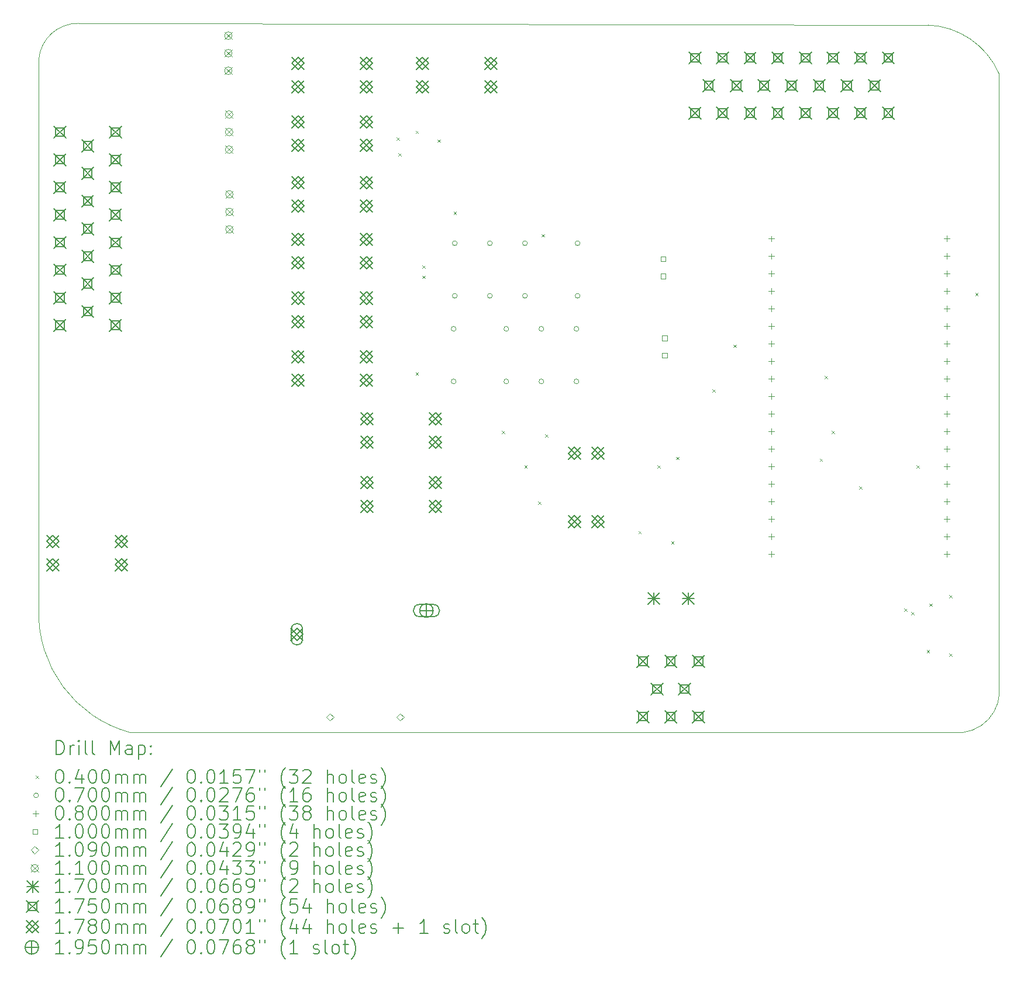
<source format=gbr>
%FSLAX45Y45*%
G04 Gerber Fmt 4.5, Leading zero omitted, Abs format (unit mm)*
G04 Created by KiCad (PCBNEW (6.0.1)) date 2022-11-29 11:39:46*
%MOMM*%
%LPD*%
G01*
G04 APERTURE LIST*
%TA.AperFunction,Profile*%
%ADD10C,0.050000*%
%TD*%
%ADD11C,0.200000*%
%ADD12C,0.040000*%
%ADD13C,0.070000*%
%ADD14C,0.080000*%
%ADD15C,0.100000*%
%ADD16C,0.109000*%
%ADD17C,0.110000*%
%ADD18C,0.170000*%
%ADD19C,0.175000*%
%ADD20C,0.178000*%
%ADD21C,0.195000*%
G04 APERTURE END LIST*
D10*
X19750000Y-8350000D02*
X19750000Y-6875000D01*
X7175000Y-6150000D02*
X6425000Y-6150000D01*
X19750000Y-6875000D02*
G75*
G03*
X18725000Y-6175000I-1073550J-471537D01*
G01*
X7175000Y-16425000D02*
X19100000Y-16425000D01*
X18725000Y-6175000D02*
X7175000Y-6150000D01*
X5850000Y-14625000D02*
G75*
G03*
X7175000Y-16425000I1793275J-67624D01*
G01*
X5850000Y-6675000D02*
X5850000Y-14625000D01*
X19750000Y-15725000D02*
X19750000Y-8350000D01*
X19100000Y-16425000D02*
G75*
G03*
X19750000Y-15725000I55961J599822D01*
G01*
X6425000Y-6150000D02*
G75*
G03*
X5850000Y-6675000I-7802J-568836D01*
G01*
D11*
D12*
X11030000Y-7805000D02*
X11070000Y-7845000D01*
X11070000Y-7805000D02*
X11030000Y-7845000D01*
X11055000Y-8030000D02*
X11095000Y-8070000D01*
X11095000Y-8030000D02*
X11055000Y-8070000D01*
X11305000Y-7705000D02*
X11345000Y-7745000D01*
X11345000Y-7705000D02*
X11305000Y-7745000D01*
X11305000Y-11205000D02*
X11345000Y-11245000D01*
X11345000Y-11205000D02*
X11305000Y-11245000D01*
X11405000Y-9655000D02*
X11445000Y-9695000D01*
X11445000Y-9655000D02*
X11405000Y-9695000D01*
X11405000Y-9805000D02*
X11445000Y-9845000D01*
X11445000Y-9805000D02*
X11405000Y-9845000D01*
X11624500Y-7832500D02*
X11664500Y-7872500D01*
X11664500Y-7832500D02*
X11624500Y-7872500D01*
X11855000Y-8880000D02*
X11895000Y-8920000D01*
X11895000Y-8880000D02*
X11855000Y-8920000D01*
X12555000Y-12055000D02*
X12595000Y-12095000D01*
X12595000Y-12055000D02*
X12555000Y-12095000D01*
X12880000Y-12555000D02*
X12920000Y-12595000D01*
X12920000Y-12555000D02*
X12880000Y-12595000D01*
X13080000Y-13080000D02*
X13120000Y-13120000D01*
X13120000Y-13080000D02*
X13080000Y-13120000D01*
X13080000Y-13080000D02*
X13120000Y-13120000D01*
X13120000Y-13080000D02*
X13080000Y-13120000D01*
X13130000Y-9205000D02*
X13170000Y-9245000D01*
X13170000Y-9205000D02*
X13130000Y-9245000D01*
X13180000Y-12105000D02*
X13220000Y-12145000D01*
X13220000Y-12105000D02*
X13180000Y-12145000D01*
X14530000Y-13505000D02*
X14570000Y-13545000D01*
X14570000Y-13505000D02*
X14530000Y-13545000D01*
X14805000Y-12555000D02*
X14845000Y-12595000D01*
X14845000Y-12555000D02*
X14805000Y-12595000D01*
X15005000Y-13655000D02*
X15045000Y-13695000D01*
X15045000Y-13655000D02*
X15005000Y-13695000D01*
X15080000Y-12430000D02*
X15120000Y-12470000D01*
X15120000Y-12430000D02*
X15080000Y-12470000D01*
X15605000Y-11455000D02*
X15645000Y-11495000D01*
X15645000Y-11455000D02*
X15605000Y-11495000D01*
X15905000Y-10805000D02*
X15945000Y-10845000D01*
X15945000Y-10805000D02*
X15905000Y-10845000D01*
X17155000Y-12455000D02*
X17195000Y-12495000D01*
X17195000Y-12455000D02*
X17155000Y-12495000D01*
X17230000Y-11255000D02*
X17270000Y-11295000D01*
X17270000Y-11255000D02*
X17230000Y-11295000D01*
X17330000Y-12055000D02*
X17370000Y-12095000D01*
X17370000Y-12055000D02*
X17330000Y-12095000D01*
X17730000Y-12855000D02*
X17770000Y-12895000D01*
X17770000Y-12855000D02*
X17730000Y-12895000D01*
X18380000Y-14630000D02*
X18420000Y-14670000D01*
X18420000Y-14630000D02*
X18380000Y-14670000D01*
X18480000Y-14680000D02*
X18520000Y-14720000D01*
X18520000Y-14680000D02*
X18480000Y-14720000D01*
X18555000Y-12555000D02*
X18595000Y-12595000D01*
X18595000Y-12555000D02*
X18555000Y-12595000D01*
X18705000Y-15230000D02*
X18745000Y-15270000D01*
X18745000Y-15230000D02*
X18705000Y-15270000D01*
X18742350Y-14555000D02*
X18782350Y-14595000D01*
X18782350Y-14555000D02*
X18742350Y-14595000D01*
X19030000Y-14430000D02*
X19070000Y-14470000D01*
X19070000Y-14430000D02*
X19030000Y-14470000D01*
X19030000Y-15280000D02*
X19070000Y-15320000D01*
X19070000Y-15280000D02*
X19030000Y-15320000D01*
X19408902Y-10055000D02*
X19448902Y-10095000D01*
X19448902Y-10055000D02*
X19408902Y-10095000D01*
D13*
X11891000Y-10575612D02*
G75*
G03*
X11891000Y-10575612I-35000J0D01*
G01*
X11891000Y-11337611D02*
G75*
G03*
X11891000Y-11337611I-35000J0D01*
G01*
X11907000Y-9335112D02*
G75*
G03*
X11907000Y-9335112I-35000J0D01*
G01*
X11907000Y-10097112D02*
G75*
G03*
X11907000Y-10097112I-35000J0D01*
G01*
X12415000Y-9335112D02*
G75*
G03*
X12415000Y-9335112I-35000J0D01*
G01*
X12415000Y-10097112D02*
G75*
G03*
X12415000Y-10097112I-35000J0D01*
G01*
X12653000Y-10575612D02*
G75*
G03*
X12653000Y-10575612I-35000J0D01*
G01*
X12653000Y-11337611D02*
G75*
G03*
X12653000Y-11337611I-35000J0D01*
G01*
X12923000Y-9335112D02*
G75*
G03*
X12923000Y-9335112I-35000J0D01*
G01*
X12923000Y-10097112D02*
G75*
G03*
X12923000Y-10097112I-35000J0D01*
G01*
X13161000Y-10575612D02*
G75*
G03*
X13161000Y-10575612I-35000J0D01*
G01*
X13161000Y-11337611D02*
G75*
G03*
X13161000Y-11337611I-35000J0D01*
G01*
X13669000Y-10575612D02*
G75*
G03*
X13669000Y-10575612I-35000J0D01*
G01*
X13669000Y-11337611D02*
G75*
G03*
X13669000Y-11337611I-35000J0D01*
G01*
X13685000Y-9335112D02*
G75*
G03*
X13685000Y-9335112I-35000J0D01*
G01*
X13685000Y-10097112D02*
G75*
G03*
X13685000Y-10097112I-35000J0D01*
G01*
D14*
X16455000Y-9736344D02*
X16455000Y-9816344D01*
X16415000Y-9776344D02*
X16495000Y-9776344D01*
X16455000Y-9990344D02*
X16455000Y-10070344D01*
X16415000Y-10030344D02*
X16495000Y-10030344D01*
X16455000Y-10244344D02*
X16455000Y-10324344D01*
X16415000Y-10284344D02*
X16495000Y-10284344D01*
X16455000Y-10498344D02*
X16455000Y-10578344D01*
X16415000Y-10538344D02*
X16495000Y-10538344D01*
X16455000Y-10752344D02*
X16455000Y-10832344D01*
X16415000Y-10792344D02*
X16495000Y-10792344D01*
X16455000Y-11006344D02*
X16455000Y-11086344D01*
X16415000Y-11046344D02*
X16495000Y-11046344D01*
X16455000Y-11260344D02*
X16455000Y-11340344D01*
X16415000Y-11300344D02*
X16495000Y-11300344D01*
X16455000Y-11514344D02*
X16455000Y-11594344D01*
X16415000Y-11554344D02*
X16495000Y-11554344D01*
X16455000Y-11768344D02*
X16455000Y-11848344D01*
X16415000Y-11808344D02*
X16495000Y-11808344D01*
X16455000Y-12022344D02*
X16455000Y-12102344D01*
X16415000Y-12062344D02*
X16495000Y-12062344D01*
X16455000Y-12276344D02*
X16455000Y-12356344D01*
X16415000Y-12316344D02*
X16495000Y-12316344D01*
X16455000Y-12530344D02*
X16455000Y-12610344D01*
X16415000Y-12570344D02*
X16495000Y-12570344D01*
X16455000Y-12784344D02*
X16455000Y-12864344D01*
X16415000Y-12824344D02*
X16495000Y-12824344D01*
X16455000Y-13038344D02*
X16455000Y-13118344D01*
X16415000Y-13078344D02*
X16495000Y-13078344D01*
X16455000Y-13292344D02*
X16455000Y-13372344D01*
X16415000Y-13332344D02*
X16495000Y-13332344D01*
X16455000Y-13546344D02*
X16455000Y-13626344D01*
X16415000Y-13586344D02*
X16495000Y-13586344D01*
X16455000Y-13800344D02*
X16455000Y-13880344D01*
X16415000Y-13840344D02*
X16495000Y-13840344D01*
X16455368Y-9228616D02*
X16455368Y-9308616D01*
X16415368Y-9268616D02*
X16495368Y-9268616D01*
X16455368Y-9482616D02*
X16455368Y-9562616D01*
X16415368Y-9522616D02*
X16495368Y-9522616D01*
X18995000Y-9228344D02*
X18995000Y-9308344D01*
X18955000Y-9268344D02*
X19035000Y-9268344D01*
X18995000Y-9482344D02*
X18995000Y-9562344D01*
X18955000Y-9522344D02*
X19035000Y-9522344D01*
X18995000Y-9736344D02*
X18995000Y-9816344D01*
X18955000Y-9776344D02*
X19035000Y-9776344D01*
X18995000Y-9990344D02*
X18995000Y-10070344D01*
X18955000Y-10030344D02*
X19035000Y-10030344D01*
X18995000Y-10244344D02*
X18995000Y-10324344D01*
X18955000Y-10284344D02*
X19035000Y-10284344D01*
X18995000Y-10498344D02*
X18995000Y-10578344D01*
X18955000Y-10538344D02*
X19035000Y-10538344D01*
X18995000Y-10752344D02*
X18995000Y-10832344D01*
X18955000Y-10792344D02*
X19035000Y-10792344D01*
X18995000Y-11006344D02*
X18995000Y-11086344D01*
X18955000Y-11046344D02*
X19035000Y-11046344D01*
X18995000Y-11260344D02*
X18995000Y-11340344D01*
X18955000Y-11300344D02*
X19035000Y-11300344D01*
X18995000Y-11514344D02*
X18995000Y-11594344D01*
X18955000Y-11554344D02*
X19035000Y-11554344D01*
X18995000Y-11768344D02*
X18995000Y-11848344D01*
X18955000Y-11808344D02*
X19035000Y-11808344D01*
X18995000Y-12022344D02*
X18995000Y-12102344D01*
X18955000Y-12062344D02*
X19035000Y-12062344D01*
X18995000Y-12276344D02*
X18995000Y-12356344D01*
X18955000Y-12316344D02*
X19035000Y-12316344D01*
X18995000Y-12530344D02*
X18995000Y-12610344D01*
X18955000Y-12570344D02*
X19035000Y-12570344D01*
X18995000Y-12784344D02*
X18995000Y-12864344D01*
X18955000Y-12824344D02*
X19035000Y-12824344D01*
X18995000Y-13038344D02*
X18995000Y-13118344D01*
X18955000Y-13078344D02*
X19035000Y-13078344D01*
X18995000Y-13292344D02*
X18995000Y-13372344D01*
X18955000Y-13332344D02*
X19035000Y-13332344D01*
X18995000Y-13546344D02*
X18995000Y-13626344D01*
X18955000Y-13586344D02*
X19035000Y-13586344D01*
X18995000Y-13800344D02*
X18995000Y-13880344D01*
X18955000Y-13840344D02*
X19035000Y-13840344D01*
D15*
X14924606Y-9596717D02*
X14924606Y-9526006D01*
X14853894Y-9526006D01*
X14853894Y-9596717D01*
X14924606Y-9596717D01*
X14924606Y-9846717D02*
X14924606Y-9776006D01*
X14853894Y-9776006D01*
X14853894Y-9846717D01*
X14924606Y-9846717D01*
X14947106Y-10745467D02*
X14947106Y-10674756D01*
X14876394Y-10674756D01*
X14876394Y-10745467D01*
X14947106Y-10745467D01*
X14947106Y-10995467D02*
X14947106Y-10924756D01*
X14876394Y-10924756D01*
X14876394Y-10995467D01*
X14947106Y-10995467D01*
D16*
X10065500Y-16255500D02*
X10120000Y-16201000D01*
X10065500Y-16146500D01*
X10011000Y-16201000D01*
X10065500Y-16255500D01*
X11081500Y-16255500D02*
X11136000Y-16201000D01*
X11081500Y-16146500D01*
X11027000Y-16201000D01*
X11081500Y-16255500D01*
D17*
X8539000Y-6273500D02*
X8649000Y-6383500D01*
X8649000Y-6273500D02*
X8539000Y-6383500D01*
X8649000Y-6328500D02*
G75*
G03*
X8649000Y-6328500I-55000J0D01*
G01*
X8539000Y-6527500D02*
X8649000Y-6637500D01*
X8649000Y-6527500D02*
X8539000Y-6637500D01*
X8649000Y-6582500D02*
G75*
G03*
X8649000Y-6582500I-55000J0D01*
G01*
X8539000Y-6781500D02*
X8649000Y-6891500D01*
X8649000Y-6781500D02*
X8539000Y-6891500D01*
X8649000Y-6836500D02*
G75*
G03*
X8649000Y-6836500I-55000J0D01*
G01*
X8550500Y-7416000D02*
X8660500Y-7526000D01*
X8660500Y-7416000D02*
X8550500Y-7526000D01*
X8660500Y-7471000D02*
G75*
G03*
X8660500Y-7471000I-55000J0D01*
G01*
X8550500Y-7670000D02*
X8660500Y-7780000D01*
X8660500Y-7670000D02*
X8550500Y-7780000D01*
X8660500Y-7725000D02*
G75*
G03*
X8660500Y-7725000I-55000J0D01*
G01*
X8550500Y-7924000D02*
X8660500Y-8034000D01*
X8660500Y-7924000D02*
X8550500Y-8034000D01*
X8660500Y-7979000D02*
G75*
G03*
X8660500Y-7979000I-55000J0D01*
G01*
X8554500Y-8571500D02*
X8664500Y-8681500D01*
X8664500Y-8571500D02*
X8554500Y-8681500D01*
X8664500Y-8626500D02*
G75*
G03*
X8664500Y-8626500I-55000J0D01*
G01*
X8554500Y-8825500D02*
X8664500Y-8935500D01*
X8664500Y-8825500D02*
X8554500Y-8935500D01*
X8664500Y-8880500D02*
G75*
G03*
X8664500Y-8880500I-55000J0D01*
G01*
X8554500Y-9079500D02*
X8664500Y-9189500D01*
X8664500Y-9079500D02*
X8554500Y-9189500D01*
X8664500Y-9134500D02*
G75*
G03*
X8664500Y-9134500I-55000J0D01*
G01*
D18*
X14667750Y-14395000D02*
X14837750Y-14565000D01*
X14837750Y-14395000D02*
X14667750Y-14565000D01*
X14752750Y-14395000D02*
X14752750Y-14565000D01*
X14667750Y-14480000D02*
X14837750Y-14480000D01*
X15167750Y-14395000D02*
X15337750Y-14565000D01*
X15337750Y-14395000D02*
X15167750Y-14565000D01*
X15252750Y-14395000D02*
X15252750Y-14565000D01*
X15167750Y-14480000D02*
X15337750Y-14480000D01*
D19*
X6071250Y-7637500D02*
X6246250Y-7812500D01*
X6246250Y-7637500D02*
X6071250Y-7812500D01*
X6220622Y-7786872D02*
X6220622Y-7663128D01*
X6096878Y-7663128D01*
X6096878Y-7786872D01*
X6220622Y-7786872D01*
X6071250Y-8037500D02*
X6246250Y-8212500D01*
X6246250Y-8037500D02*
X6071250Y-8212500D01*
X6220622Y-8186872D02*
X6220622Y-8063128D01*
X6096878Y-8063128D01*
X6096878Y-8186872D01*
X6220622Y-8186872D01*
X6071250Y-8437500D02*
X6246250Y-8612500D01*
X6246250Y-8437500D02*
X6071250Y-8612500D01*
X6220622Y-8586872D02*
X6220622Y-8463128D01*
X6096878Y-8463128D01*
X6096878Y-8586872D01*
X6220622Y-8586872D01*
X6071250Y-8837500D02*
X6246250Y-9012500D01*
X6246250Y-8837500D02*
X6071250Y-9012500D01*
X6220622Y-8986872D02*
X6220622Y-8863128D01*
X6096878Y-8863128D01*
X6096878Y-8986872D01*
X6220622Y-8986872D01*
X6071250Y-9237500D02*
X6246250Y-9412500D01*
X6246250Y-9237500D02*
X6071250Y-9412500D01*
X6220622Y-9386872D02*
X6220622Y-9263128D01*
X6096878Y-9263128D01*
X6096878Y-9386872D01*
X6220622Y-9386872D01*
X6071250Y-9637500D02*
X6246250Y-9812500D01*
X6246250Y-9637500D02*
X6071250Y-9812500D01*
X6220622Y-9786872D02*
X6220622Y-9663128D01*
X6096878Y-9663128D01*
X6096878Y-9786872D01*
X6220622Y-9786872D01*
X6071250Y-10037500D02*
X6246250Y-10212500D01*
X6246250Y-10037500D02*
X6071250Y-10212500D01*
X6220622Y-10186872D02*
X6220622Y-10063128D01*
X6096878Y-10063128D01*
X6096878Y-10186872D01*
X6220622Y-10186872D01*
X6071250Y-10437500D02*
X6246250Y-10612500D01*
X6246250Y-10437500D02*
X6071250Y-10612500D01*
X6220622Y-10586872D02*
X6220622Y-10463128D01*
X6096878Y-10463128D01*
X6096878Y-10586872D01*
X6220622Y-10586872D01*
X6471250Y-7837500D02*
X6646250Y-8012500D01*
X6646250Y-7837500D02*
X6471250Y-8012500D01*
X6620622Y-7986872D02*
X6620622Y-7863128D01*
X6496878Y-7863128D01*
X6496878Y-7986872D01*
X6620622Y-7986872D01*
X6471250Y-8237500D02*
X6646250Y-8412500D01*
X6646250Y-8237500D02*
X6471250Y-8412500D01*
X6620622Y-8386872D02*
X6620622Y-8263128D01*
X6496878Y-8263128D01*
X6496878Y-8386872D01*
X6620622Y-8386872D01*
X6471250Y-8637500D02*
X6646250Y-8812500D01*
X6646250Y-8637500D02*
X6471250Y-8812500D01*
X6620622Y-8786872D02*
X6620622Y-8663128D01*
X6496878Y-8663128D01*
X6496878Y-8786872D01*
X6620622Y-8786872D01*
X6471250Y-9037500D02*
X6646250Y-9212500D01*
X6646250Y-9037500D02*
X6471250Y-9212500D01*
X6620622Y-9186872D02*
X6620622Y-9063128D01*
X6496878Y-9063128D01*
X6496878Y-9186872D01*
X6620622Y-9186872D01*
X6471250Y-9437500D02*
X6646250Y-9612500D01*
X6646250Y-9437500D02*
X6471250Y-9612500D01*
X6620622Y-9586872D02*
X6620622Y-9463128D01*
X6496878Y-9463128D01*
X6496878Y-9586872D01*
X6620622Y-9586872D01*
X6471250Y-9837500D02*
X6646250Y-10012500D01*
X6646250Y-9837500D02*
X6471250Y-10012500D01*
X6620622Y-9986872D02*
X6620622Y-9863128D01*
X6496878Y-9863128D01*
X6496878Y-9986872D01*
X6620622Y-9986872D01*
X6471250Y-10237500D02*
X6646250Y-10412500D01*
X6646250Y-10237500D02*
X6471250Y-10412500D01*
X6620622Y-10386872D02*
X6620622Y-10263128D01*
X6496878Y-10263128D01*
X6496878Y-10386872D01*
X6620622Y-10386872D01*
X6871250Y-7637500D02*
X7046250Y-7812500D01*
X7046250Y-7637500D02*
X6871250Y-7812500D01*
X7020622Y-7786872D02*
X7020622Y-7663128D01*
X6896878Y-7663128D01*
X6896878Y-7786872D01*
X7020622Y-7786872D01*
X6871250Y-8037500D02*
X7046250Y-8212500D01*
X7046250Y-8037500D02*
X6871250Y-8212500D01*
X7020622Y-8186872D02*
X7020622Y-8063128D01*
X6896878Y-8063128D01*
X6896878Y-8186872D01*
X7020622Y-8186872D01*
X6871250Y-8437500D02*
X7046250Y-8612500D01*
X7046250Y-8437500D02*
X6871250Y-8612500D01*
X7020622Y-8586872D02*
X7020622Y-8463128D01*
X6896878Y-8463128D01*
X6896878Y-8586872D01*
X7020622Y-8586872D01*
X6871250Y-8837500D02*
X7046250Y-9012500D01*
X7046250Y-8837500D02*
X6871250Y-9012500D01*
X7020622Y-8986872D02*
X7020622Y-8863128D01*
X6896878Y-8863128D01*
X6896878Y-8986872D01*
X7020622Y-8986872D01*
X6871250Y-9237500D02*
X7046250Y-9412500D01*
X7046250Y-9237500D02*
X6871250Y-9412500D01*
X7020622Y-9386872D02*
X7020622Y-9263128D01*
X6896878Y-9263128D01*
X6896878Y-9386872D01*
X7020622Y-9386872D01*
X6871250Y-9637500D02*
X7046250Y-9812500D01*
X7046250Y-9637500D02*
X6871250Y-9812500D01*
X7020622Y-9786872D02*
X7020622Y-9663128D01*
X6896878Y-9663128D01*
X6896878Y-9786872D01*
X7020622Y-9786872D01*
X6871250Y-10037500D02*
X7046250Y-10212500D01*
X7046250Y-10037500D02*
X6871250Y-10212500D01*
X7020622Y-10186872D02*
X7020622Y-10063128D01*
X6896878Y-10063128D01*
X6896878Y-10186872D01*
X7020622Y-10186872D01*
X6871250Y-10437500D02*
X7046250Y-10612500D01*
X7046250Y-10437500D02*
X6871250Y-10612500D01*
X7020622Y-10586872D02*
X7020622Y-10463128D01*
X6896878Y-10463128D01*
X6896878Y-10586872D01*
X7020622Y-10586872D01*
X14512500Y-15306250D02*
X14687500Y-15481250D01*
X14687500Y-15306250D02*
X14512500Y-15481250D01*
X14661872Y-15455622D02*
X14661872Y-15331878D01*
X14538128Y-15331878D01*
X14538128Y-15455622D01*
X14661872Y-15455622D01*
X14512500Y-16106250D02*
X14687500Y-16281250D01*
X14687500Y-16106250D02*
X14512500Y-16281250D01*
X14661872Y-16255622D02*
X14661872Y-16131878D01*
X14538128Y-16131878D01*
X14538128Y-16255622D01*
X14661872Y-16255622D01*
X14712500Y-15706250D02*
X14887500Y-15881250D01*
X14887500Y-15706250D02*
X14712500Y-15881250D01*
X14861872Y-15855622D02*
X14861872Y-15731878D01*
X14738128Y-15731878D01*
X14738128Y-15855622D01*
X14861872Y-15855622D01*
X14912500Y-15306250D02*
X15087500Y-15481250D01*
X15087500Y-15306250D02*
X14912500Y-15481250D01*
X15061872Y-15455622D02*
X15061872Y-15331878D01*
X14938128Y-15331878D01*
X14938128Y-15455622D01*
X15061872Y-15455622D01*
X14912500Y-16106250D02*
X15087500Y-16281250D01*
X15087500Y-16106250D02*
X14912500Y-16281250D01*
X15061872Y-16255622D02*
X15061872Y-16131878D01*
X14938128Y-16131878D01*
X14938128Y-16255622D01*
X15061872Y-16255622D01*
X15112500Y-15706250D02*
X15287500Y-15881250D01*
X15287500Y-15706250D02*
X15112500Y-15881250D01*
X15261872Y-15855622D02*
X15261872Y-15731878D01*
X15138128Y-15731878D01*
X15138128Y-15855622D01*
X15261872Y-15855622D01*
X15262500Y-6562500D02*
X15437500Y-6737500D01*
X15437500Y-6562500D02*
X15262500Y-6737500D01*
X15411872Y-6711872D02*
X15411872Y-6588128D01*
X15288128Y-6588128D01*
X15288128Y-6711872D01*
X15411872Y-6711872D01*
X15262500Y-7362500D02*
X15437500Y-7537500D01*
X15437500Y-7362500D02*
X15262500Y-7537500D01*
X15411872Y-7511872D02*
X15411872Y-7388128D01*
X15288128Y-7388128D01*
X15288128Y-7511872D01*
X15411872Y-7511872D01*
X15312500Y-15306250D02*
X15487500Y-15481250D01*
X15487500Y-15306250D02*
X15312500Y-15481250D01*
X15461872Y-15455622D02*
X15461872Y-15331878D01*
X15338128Y-15331878D01*
X15338128Y-15455622D01*
X15461872Y-15455622D01*
X15312500Y-16106250D02*
X15487500Y-16281250D01*
X15487500Y-16106250D02*
X15312500Y-16281250D01*
X15461872Y-16255622D02*
X15461872Y-16131878D01*
X15338128Y-16131878D01*
X15338128Y-16255622D01*
X15461872Y-16255622D01*
X15462500Y-6962500D02*
X15637500Y-7137500D01*
X15637500Y-6962500D02*
X15462500Y-7137500D01*
X15611872Y-7111872D02*
X15611872Y-6988128D01*
X15488128Y-6988128D01*
X15488128Y-7111872D01*
X15611872Y-7111872D01*
X15662500Y-6562500D02*
X15837500Y-6737500D01*
X15837500Y-6562500D02*
X15662500Y-6737500D01*
X15811872Y-6711872D02*
X15811872Y-6588128D01*
X15688128Y-6588128D01*
X15688128Y-6711872D01*
X15811872Y-6711872D01*
X15662500Y-7362500D02*
X15837500Y-7537500D01*
X15837500Y-7362500D02*
X15662500Y-7537500D01*
X15811872Y-7511872D02*
X15811872Y-7388128D01*
X15688128Y-7388128D01*
X15688128Y-7511872D01*
X15811872Y-7511872D01*
X15862500Y-6962500D02*
X16037500Y-7137500D01*
X16037500Y-6962500D02*
X15862500Y-7137500D01*
X16011872Y-7111872D02*
X16011872Y-6988128D01*
X15888128Y-6988128D01*
X15888128Y-7111872D01*
X16011872Y-7111872D01*
X16062500Y-6562500D02*
X16237500Y-6737500D01*
X16237500Y-6562500D02*
X16062500Y-6737500D01*
X16211872Y-6711872D02*
X16211872Y-6588128D01*
X16088128Y-6588128D01*
X16088128Y-6711872D01*
X16211872Y-6711872D01*
X16062500Y-7362500D02*
X16237500Y-7537500D01*
X16237500Y-7362500D02*
X16062500Y-7537500D01*
X16211872Y-7511872D02*
X16211872Y-7388128D01*
X16088128Y-7388128D01*
X16088128Y-7511872D01*
X16211872Y-7511872D01*
X16262500Y-6962500D02*
X16437500Y-7137500D01*
X16437500Y-6962500D02*
X16262500Y-7137500D01*
X16411872Y-7111872D02*
X16411872Y-6988128D01*
X16288128Y-6988128D01*
X16288128Y-7111872D01*
X16411872Y-7111872D01*
X16462500Y-6562500D02*
X16637500Y-6737500D01*
X16637500Y-6562500D02*
X16462500Y-6737500D01*
X16611872Y-6711872D02*
X16611872Y-6588128D01*
X16488128Y-6588128D01*
X16488128Y-6711872D01*
X16611872Y-6711872D01*
X16462500Y-7362500D02*
X16637500Y-7537500D01*
X16637500Y-7362500D02*
X16462500Y-7537500D01*
X16611872Y-7511872D02*
X16611872Y-7388128D01*
X16488128Y-7388128D01*
X16488128Y-7511872D01*
X16611872Y-7511872D01*
X16662500Y-6962500D02*
X16837500Y-7137500D01*
X16837500Y-6962500D02*
X16662500Y-7137500D01*
X16811872Y-7111872D02*
X16811872Y-6988128D01*
X16688128Y-6988128D01*
X16688128Y-7111872D01*
X16811872Y-7111872D01*
X16862500Y-6562500D02*
X17037500Y-6737500D01*
X17037500Y-6562500D02*
X16862500Y-6737500D01*
X17011872Y-6711872D02*
X17011872Y-6588128D01*
X16888128Y-6588128D01*
X16888128Y-6711872D01*
X17011872Y-6711872D01*
X16862500Y-7362500D02*
X17037500Y-7537500D01*
X17037500Y-7362500D02*
X16862500Y-7537500D01*
X17011872Y-7511872D02*
X17011872Y-7388128D01*
X16888128Y-7388128D01*
X16888128Y-7511872D01*
X17011872Y-7511872D01*
X17062500Y-6962500D02*
X17237500Y-7137500D01*
X17237500Y-6962500D02*
X17062500Y-7137500D01*
X17211872Y-7111872D02*
X17211872Y-6988128D01*
X17088128Y-6988128D01*
X17088128Y-7111872D01*
X17211872Y-7111872D01*
X17262500Y-6562500D02*
X17437500Y-6737500D01*
X17437500Y-6562500D02*
X17262500Y-6737500D01*
X17411872Y-6711872D02*
X17411872Y-6588128D01*
X17288128Y-6588128D01*
X17288128Y-6711872D01*
X17411872Y-6711872D01*
X17262500Y-7362500D02*
X17437500Y-7537500D01*
X17437500Y-7362500D02*
X17262500Y-7537500D01*
X17411872Y-7511872D02*
X17411872Y-7388128D01*
X17288128Y-7388128D01*
X17288128Y-7511872D01*
X17411872Y-7511872D01*
X17462500Y-6962500D02*
X17637500Y-7137500D01*
X17637500Y-6962500D02*
X17462500Y-7137500D01*
X17611872Y-7111872D02*
X17611872Y-6988128D01*
X17488128Y-6988128D01*
X17488128Y-7111872D01*
X17611872Y-7111872D01*
X17662500Y-6562500D02*
X17837500Y-6737500D01*
X17837500Y-6562500D02*
X17662500Y-6737500D01*
X17811872Y-6711872D02*
X17811872Y-6588128D01*
X17688128Y-6588128D01*
X17688128Y-6711872D01*
X17811872Y-6711872D01*
X17662500Y-7362500D02*
X17837500Y-7537500D01*
X17837500Y-7362500D02*
X17662500Y-7537500D01*
X17811872Y-7511872D02*
X17811872Y-7388128D01*
X17688128Y-7388128D01*
X17688128Y-7511872D01*
X17811872Y-7511872D01*
X17862500Y-6962500D02*
X18037500Y-7137500D01*
X18037500Y-6962500D02*
X17862500Y-7137500D01*
X18011872Y-7111872D02*
X18011872Y-6988128D01*
X17888128Y-6988128D01*
X17888128Y-7111872D01*
X18011872Y-7111872D01*
X18062500Y-6562500D02*
X18237500Y-6737500D01*
X18237500Y-6562500D02*
X18062500Y-6737500D01*
X18211872Y-6711872D02*
X18211872Y-6588128D01*
X18088128Y-6588128D01*
X18088128Y-6711872D01*
X18211872Y-6711872D01*
X18062500Y-7362500D02*
X18237500Y-7537500D01*
X18237500Y-7362500D02*
X18062500Y-7537500D01*
X18211872Y-7511872D02*
X18211872Y-7388128D01*
X18088128Y-7388128D01*
X18088128Y-7511872D01*
X18211872Y-7511872D01*
D20*
X5965000Y-13566000D02*
X6143000Y-13744000D01*
X6143000Y-13566000D02*
X5965000Y-13744000D01*
X6054000Y-13744000D02*
X6143000Y-13655000D01*
X6054000Y-13566000D01*
X5965000Y-13655000D01*
X6054000Y-13744000D01*
X5965000Y-13906000D02*
X6143000Y-14084000D01*
X6143000Y-13906000D02*
X5965000Y-14084000D01*
X6054000Y-14084000D02*
X6143000Y-13995000D01*
X6054000Y-13906000D01*
X5965000Y-13995000D01*
X6054000Y-14084000D01*
X6957000Y-13566000D02*
X7135000Y-13744000D01*
X7135000Y-13566000D02*
X6957000Y-13744000D01*
X7046000Y-13744000D02*
X7135000Y-13655000D01*
X7046000Y-13566000D01*
X6957000Y-13655000D01*
X7046000Y-13744000D01*
X6957000Y-13906000D02*
X7135000Y-14084000D01*
X7135000Y-13906000D02*
X6957000Y-14084000D01*
X7046000Y-14084000D02*
X7135000Y-13995000D01*
X7046000Y-13906000D01*
X6957000Y-13995000D01*
X7046000Y-14084000D01*
X9498500Y-14911000D02*
X9676500Y-15089000D01*
X9676500Y-14911000D02*
X9498500Y-15089000D01*
X9587500Y-15089000D02*
X9676500Y-15000000D01*
X9587500Y-14911000D01*
X9498500Y-15000000D01*
X9587500Y-15089000D01*
D11*
X9508500Y-14922500D02*
X9508500Y-15077500D01*
X9666500Y-14922500D02*
X9666500Y-15077500D01*
X9508500Y-15077500D02*
G75*
G03*
X9666500Y-15077500I79000J0D01*
G01*
X9666500Y-14922500D02*
G75*
G03*
X9508500Y-14922500I-79000J0D01*
G01*
D20*
X9515000Y-6641000D02*
X9693000Y-6819000D01*
X9693000Y-6641000D02*
X9515000Y-6819000D01*
X9604000Y-6819000D02*
X9693000Y-6730000D01*
X9604000Y-6641000D01*
X9515000Y-6730000D01*
X9604000Y-6819000D01*
X9515000Y-6981000D02*
X9693000Y-7159000D01*
X9693000Y-6981000D02*
X9515000Y-7159000D01*
X9604000Y-7159000D02*
X9693000Y-7070000D01*
X9604000Y-6981000D01*
X9515000Y-7070000D01*
X9604000Y-7159000D01*
X9515000Y-7491000D02*
X9693000Y-7669000D01*
X9693000Y-7491000D02*
X9515000Y-7669000D01*
X9604000Y-7669000D02*
X9693000Y-7580000D01*
X9604000Y-7491000D01*
X9515000Y-7580000D01*
X9604000Y-7669000D01*
X9515000Y-7831000D02*
X9693000Y-8009000D01*
X9693000Y-7831000D02*
X9515000Y-8009000D01*
X9604000Y-8009000D02*
X9693000Y-7920000D01*
X9604000Y-7831000D01*
X9515000Y-7920000D01*
X9604000Y-8009000D01*
X9515000Y-8366000D02*
X9693000Y-8544000D01*
X9693000Y-8366000D02*
X9515000Y-8544000D01*
X9604000Y-8544000D02*
X9693000Y-8455000D01*
X9604000Y-8366000D01*
X9515000Y-8455000D01*
X9604000Y-8544000D01*
X9515000Y-8706000D02*
X9693000Y-8884000D01*
X9693000Y-8706000D02*
X9515000Y-8884000D01*
X9604000Y-8884000D02*
X9693000Y-8795000D01*
X9604000Y-8706000D01*
X9515000Y-8795000D01*
X9604000Y-8884000D01*
X9515000Y-9191000D02*
X9693000Y-9369000D01*
X9693000Y-9191000D02*
X9515000Y-9369000D01*
X9604000Y-9369000D02*
X9693000Y-9280000D01*
X9604000Y-9191000D01*
X9515000Y-9280000D01*
X9604000Y-9369000D01*
X9515000Y-9531000D02*
X9693000Y-9709000D01*
X9693000Y-9531000D02*
X9515000Y-9709000D01*
X9604000Y-9709000D02*
X9693000Y-9620000D01*
X9604000Y-9531000D01*
X9515000Y-9620000D01*
X9604000Y-9709000D01*
X9515000Y-10041000D02*
X9693000Y-10219000D01*
X9693000Y-10041000D02*
X9515000Y-10219000D01*
X9604000Y-10219000D02*
X9693000Y-10130000D01*
X9604000Y-10041000D01*
X9515000Y-10130000D01*
X9604000Y-10219000D01*
X9515000Y-10381000D02*
X9693000Y-10559000D01*
X9693000Y-10381000D02*
X9515000Y-10559000D01*
X9604000Y-10559000D02*
X9693000Y-10470000D01*
X9604000Y-10381000D01*
X9515000Y-10470000D01*
X9604000Y-10559000D01*
X9515000Y-10891000D02*
X9693000Y-11069000D01*
X9693000Y-10891000D02*
X9515000Y-11069000D01*
X9604000Y-11069000D02*
X9693000Y-10980000D01*
X9604000Y-10891000D01*
X9515000Y-10980000D01*
X9604000Y-11069000D01*
X9515000Y-11231000D02*
X9693000Y-11409000D01*
X9693000Y-11231000D02*
X9515000Y-11409000D01*
X9604000Y-11409000D02*
X9693000Y-11320000D01*
X9604000Y-11231000D01*
X9515000Y-11320000D01*
X9604000Y-11409000D01*
X10507000Y-6641000D02*
X10685000Y-6819000D01*
X10685000Y-6641000D02*
X10507000Y-6819000D01*
X10596000Y-6819000D02*
X10685000Y-6730000D01*
X10596000Y-6641000D01*
X10507000Y-6730000D01*
X10596000Y-6819000D01*
X10507000Y-6981000D02*
X10685000Y-7159000D01*
X10685000Y-6981000D02*
X10507000Y-7159000D01*
X10596000Y-7159000D02*
X10685000Y-7070000D01*
X10596000Y-6981000D01*
X10507000Y-7070000D01*
X10596000Y-7159000D01*
X10507000Y-7491000D02*
X10685000Y-7669000D01*
X10685000Y-7491000D02*
X10507000Y-7669000D01*
X10596000Y-7669000D02*
X10685000Y-7580000D01*
X10596000Y-7491000D01*
X10507000Y-7580000D01*
X10596000Y-7669000D01*
X10507000Y-7831000D02*
X10685000Y-8009000D01*
X10685000Y-7831000D02*
X10507000Y-8009000D01*
X10596000Y-8009000D02*
X10685000Y-7920000D01*
X10596000Y-7831000D01*
X10507000Y-7920000D01*
X10596000Y-8009000D01*
X10507000Y-8366000D02*
X10685000Y-8544000D01*
X10685000Y-8366000D02*
X10507000Y-8544000D01*
X10596000Y-8544000D02*
X10685000Y-8455000D01*
X10596000Y-8366000D01*
X10507000Y-8455000D01*
X10596000Y-8544000D01*
X10507000Y-8706000D02*
X10685000Y-8884000D01*
X10685000Y-8706000D02*
X10507000Y-8884000D01*
X10596000Y-8884000D02*
X10685000Y-8795000D01*
X10596000Y-8706000D01*
X10507000Y-8795000D01*
X10596000Y-8884000D01*
X10507000Y-9191000D02*
X10685000Y-9369000D01*
X10685000Y-9191000D02*
X10507000Y-9369000D01*
X10596000Y-9369000D02*
X10685000Y-9280000D01*
X10596000Y-9191000D01*
X10507000Y-9280000D01*
X10596000Y-9369000D01*
X10507000Y-9531000D02*
X10685000Y-9709000D01*
X10685000Y-9531000D02*
X10507000Y-9709000D01*
X10596000Y-9709000D02*
X10685000Y-9620000D01*
X10596000Y-9531000D01*
X10507000Y-9620000D01*
X10596000Y-9709000D01*
X10507000Y-10041000D02*
X10685000Y-10219000D01*
X10685000Y-10041000D02*
X10507000Y-10219000D01*
X10596000Y-10219000D02*
X10685000Y-10130000D01*
X10596000Y-10041000D01*
X10507000Y-10130000D01*
X10596000Y-10219000D01*
X10507000Y-10381000D02*
X10685000Y-10559000D01*
X10685000Y-10381000D02*
X10507000Y-10559000D01*
X10596000Y-10559000D02*
X10685000Y-10470000D01*
X10596000Y-10381000D01*
X10507000Y-10470000D01*
X10596000Y-10559000D01*
X10507000Y-10891000D02*
X10685000Y-11069000D01*
X10685000Y-10891000D02*
X10507000Y-11069000D01*
X10596000Y-11069000D02*
X10685000Y-10980000D01*
X10596000Y-10891000D01*
X10507000Y-10980000D01*
X10596000Y-11069000D01*
X10507000Y-11231000D02*
X10685000Y-11409000D01*
X10685000Y-11231000D02*
X10507000Y-11409000D01*
X10596000Y-11409000D02*
X10685000Y-11320000D01*
X10596000Y-11231000D01*
X10507000Y-11320000D01*
X10596000Y-11409000D01*
X10515000Y-11791000D02*
X10693000Y-11969000D01*
X10693000Y-11791000D02*
X10515000Y-11969000D01*
X10604000Y-11969000D02*
X10693000Y-11880000D01*
X10604000Y-11791000D01*
X10515000Y-11880000D01*
X10604000Y-11969000D01*
X10515000Y-12131000D02*
X10693000Y-12309000D01*
X10693000Y-12131000D02*
X10515000Y-12309000D01*
X10604000Y-12309000D02*
X10693000Y-12220000D01*
X10604000Y-12131000D01*
X10515000Y-12220000D01*
X10604000Y-12309000D01*
X10515000Y-12716000D02*
X10693000Y-12894000D01*
X10693000Y-12716000D02*
X10515000Y-12894000D01*
X10604000Y-12894000D02*
X10693000Y-12805000D01*
X10604000Y-12716000D01*
X10515000Y-12805000D01*
X10604000Y-12894000D01*
X10515000Y-13056000D02*
X10693000Y-13234000D01*
X10693000Y-13056000D02*
X10515000Y-13234000D01*
X10604000Y-13234000D02*
X10693000Y-13145000D01*
X10604000Y-13056000D01*
X10515000Y-13145000D01*
X10604000Y-13234000D01*
X11315000Y-6641000D02*
X11493000Y-6819000D01*
X11493000Y-6641000D02*
X11315000Y-6819000D01*
X11404000Y-6819000D02*
X11493000Y-6730000D01*
X11404000Y-6641000D01*
X11315000Y-6730000D01*
X11404000Y-6819000D01*
X11315000Y-6981000D02*
X11493000Y-7159000D01*
X11493000Y-6981000D02*
X11315000Y-7159000D01*
X11404000Y-7159000D02*
X11493000Y-7070000D01*
X11404000Y-6981000D01*
X11315000Y-7070000D01*
X11404000Y-7159000D01*
X11507000Y-11791000D02*
X11685000Y-11969000D01*
X11685000Y-11791000D02*
X11507000Y-11969000D01*
X11596000Y-11969000D02*
X11685000Y-11880000D01*
X11596000Y-11791000D01*
X11507000Y-11880000D01*
X11596000Y-11969000D01*
X11507000Y-12131000D02*
X11685000Y-12309000D01*
X11685000Y-12131000D02*
X11507000Y-12309000D01*
X11596000Y-12309000D02*
X11685000Y-12220000D01*
X11596000Y-12131000D01*
X11507000Y-12220000D01*
X11596000Y-12309000D01*
X11507000Y-12716000D02*
X11685000Y-12894000D01*
X11685000Y-12716000D02*
X11507000Y-12894000D01*
X11596000Y-12894000D02*
X11685000Y-12805000D01*
X11596000Y-12716000D01*
X11507000Y-12805000D01*
X11596000Y-12894000D01*
X11507000Y-13056000D02*
X11685000Y-13234000D01*
X11685000Y-13056000D02*
X11507000Y-13234000D01*
X11596000Y-13234000D02*
X11685000Y-13145000D01*
X11596000Y-13056000D01*
X11507000Y-13145000D01*
X11596000Y-13234000D01*
X12307000Y-6641000D02*
X12485000Y-6819000D01*
X12485000Y-6641000D02*
X12307000Y-6819000D01*
X12396000Y-6819000D02*
X12485000Y-6730000D01*
X12396000Y-6641000D01*
X12307000Y-6730000D01*
X12396000Y-6819000D01*
X12307000Y-6981000D02*
X12485000Y-7159000D01*
X12485000Y-6981000D02*
X12307000Y-7159000D01*
X12396000Y-7159000D02*
X12485000Y-7070000D01*
X12396000Y-6981000D01*
X12307000Y-7070000D01*
X12396000Y-7159000D01*
X13516000Y-12290000D02*
X13694000Y-12468000D01*
X13694000Y-12290000D02*
X13516000Y-12468000D01*
X13605000Y-12468000D02*
X13694000Y-12379000D01*
X13605000Y-12290000D01*
X13516000Y-12379000D01*
X13605000Y-12468000D01*
X13516000Y-13282000D02*
X13694000Y-13460000D01*
X13694000Y-13282000D02*
X13516000Y-13460000D01*
X13605000Y-13460000D02*
X13694000Y-13371000D01*
X13605000Y-13282000D01*
X13516000Y-13371000D01*
X13605000Y-13460000D01*
X13856000Y-12290000D02*
X14034000Y-12468000D01*
X14034000Y-12290000D02*
X13856000Y-12468000D01*
X13945000Y-12468000D02*
X14034000Y-12379000D01*
X13945000Y-12290000D01*
X13856000Y-12379000D01*
X13945000Y-12468000D01*
X13856000Y-13282000D02*
X14034000Y-13460000D01*
X14034000Y-13282000D02*
X13856000Y-13460000D01*
X13945000Y-13460000D02*
X14034000Y-13371000D01*
X13945000Y-13282000D01*
X13856000Y-13371000D01*
X13945000Y-13460000D01*
D21*
X11462500Y-14559500D02*
X11462500Y-14754500D01*
X11365000Y-14657000D02*
X11560000Y-14657000D01*
X11560000Y-14657000D02*
G75*
G03*
X11560000Y-14657000I-97500J0D01*
G01*
D11*
X11360000Y-14744500D02*
X11565000Y-14744500D01*
X11360000Y-14569500D02*
X11565000Y-14569500D01*
X11565000Y-14744500D02*
G75*
G03*
X11565000Y-14569500I0J87500D01*
G01*
X11360000Y-14569500D02*
G75*
G03*
X11360000Y-14744500I0J-87500D01*
G01*
X6103844Y-16740581D02*
X6103844Y-16540581D01*
X6151463Y-16540581D01*
X6180035Y-16550105D01*
X6199083Y-16569152D01*
X6208606Y-16588200D01*
X6218130Y-16626295D01*
X6218130Y-16654867D01*
X6208606Y-16692962D01*
X6199083Y-16712009D01*
X6180035Y-16731057D01*
X6151463Y-16740581D01*
X6103844Y-16740581D01*
X6303844Y-16740581D02*
X6303844Y-16607248D01*
X6303844Y-16645343D02*
X6313368Y-16626295D01*
X6322892Y-16616771D01*
X6341940Y-16607248D01*
X6360987Y-16607248D01*
X6427654Y-16740581D02*
X6427654Y-16607248D01*
X6427654Y-16540581D02*
X6418130Y-16550105D01*
X6427654Y-16559629D01*
X6437178Y-16550105D01*
X6427654Y-16540581D01*
X6427654Y-16559629D01*
X6551463Y-16740581D02*
X6532416Y-16731057D01*
X6522892Y-16712009D01*
X6522892Y-16540581D01*
X6656225Y-16740581D02*
X6637178Y-16731057D01*
X6627654Y-16712009D01*
X6627654Y-16540581D01*
X6884797Y-16740581D02*
X6884797Y-16540581D01*
X6951463Y-16683438D01*
X7018130Y-16540581D01*
X7018130Y-16740581D01*
X7199083Y-16740581D02*
X7199083Y-16635819D01*
X7189559Y-16616771D01*
X7170511Y-16607248D01*
X7132416Y-16607248D01*
X7113368Y-16616771D01*
X7199083Y-16731057D02*
X7180035Y-16740581D01*
X7132416Y-16740581D01*
X7113368Y-16731057D01*
X7103844Y-16712009D01*
X7103844Y-16692962D01*
X7113368Y-16673914D01*
X7132416Y-16664390D01*
X7180035Y-16664390D01*
X7199083Y-16654867D01*
X7294321Y-16607248D02*
X7294321Y-16807248D01*
X7294321Y-16616771D02*
X7313368Y-16607248D01*
X7351463Y-16607248D01*
X7370511Y-16616771D01*
X7380035Y-16626295D01*
X7389559Y-16645343D01*
X7389559Y-16702486D01*
X7380035Y-16721533D01*
X7370511Y-16731057D01*
X7351463Y-16740581D01*
X7313368Y-16740581D01*
X7294321Y-16731057D01*
X7475273Y-16721533D02*
X7484797Y-16731057D01*
X7475273Y-16740581D01*
X7465749Y-16731057D01*
X7475273Y-16721533D01*
X7475273Y-16740581D01*
X7475273Y-16616771D02*
X7484797Y-16626295D01*
X7475273Y-16635819D01*
X7465749Y-16626295D01*
X7475273Y-16616771D01*
X7475273Y-16635819D01*
D12*
X5806225Y-17050105D02*
X5846225Y-17090105D01*
X5846225Y-17050105D02*
X5806225Y-17090105D01*
D11*
X6141940Y-16960581D02*
X6160987Y-16960581D01*
X6180035Y-16970105D01*
X6189559Y-16979629D01*
X6199083Y-16998676D01*
X6208606Y-17036771D01*
X6208606Y-17084391D01*
X6199083Y-17122486D01*
X6189559Y-17141533D01*
X6180035Y-17151057D01*
X6160987Y-17160581D01*
X6141940Y-17160581D01*
X6122892Y-17151057D01*
X6113368Y-17141533D01*
X6103844Y-17122486D01*
X6094321Y-17084391D01*
X6094321Y-17036771D01*
X6103844Y-16998676D01*
X6113368Y-16979629D01*
X6122892Y-16970105D01*
X6141940Y-16960581D01*
X6294321Y-17141533D02*
X6303844Y-17151057D01*
X6294321Y-17160581D01*
X6284797Y-17151057D01*
X6294321Y-17141533D01*
X6294321Y-17160581D01*
X6475273Y-17027248D02*
X6475273Y-17160581D01*
X6427654Y-16951057D02*
X6380035Y-17093914D01*
X6503844Y-17093914D01*
X6618130Y-16960581D02*
X6637178Y-16960581D01*
X6656225Y-16970105D01*
X6665749Y-16979629D01*
X6675273Y-16998676D01*
X6684797Y-17036771D01*
X6684797Y-17084391D01*
X6675273Y-17122486D01*
X6665749Y-17141533D01*
X6656225Y-17151057D01*
X6637178Y-17160581D01*
X6618130Y-17160581D01*
X6599083Y-17151057D01*
X6589559Y-17141533D01*
X6580035Y-17122486D01*
X6570511Y-17084391D01*
X6570511Y-17036771D01*
X6580035Y-16998676D01*
X6589559Y-16979629D01*
X6599083Y-16970105D01*
X6618130Y-16960581D01*
X6808606Y-16960581D02*
X6827654Y-16960581D01*
X6846702Y-16970105D01*
X6856225Y-16979629D01*
X6865749Y-16998676D01*
X6875273Y-17036771D01*
X6875273Y-17084391D01*
X6865749Y-17122486D01*
X6856225Y-17141533D01*
X6846702Y-17151057D01*
X6827654Y-17160581D01*
X6808606Y-17160581D01*
X6789559Y-17151057D01*
X6780035Y-17141533D01*
X6770511Y-17122486D01*
X6760987Y-17084391D01*
X6760987Y-17036771D01*
X6770511Y-16998676D01*
X6780035Y-16979629D01*
X6789559Y-16970105D01*
X6808606Y-16960581D01*
X6960987Y-17160581D02*
X6960987Y-17027248D01*
X6960987Y-17046295D02*
X6970511Y-17036771D01*
X6989559Y-17027248D01*
X7018130Y-17027248D01*
X7037178Y-17036771D01*
X7046702Y-17055819D01*
X7046702Y-17160581D01*
X7046702Y-17055819D02*
X7056225Y-17036771D01*
X7075273Y-17027248D01*
X7103844Y-17027248D01*
X7122892Y-17036771D01*
X7132416Y-17055819D01*
X7132416Y-17160581D01*
X7227654Y-17160581D02*
X7227654Y-17027248D01*
X7227654Y-17046295D02*
X7237178Y-17036771D01*
X7256225Y-17027248D01*
X7284797Y-17027248D01*
X7303844Y-17036771D01*
X7313368Y-17055819D01*
X7313368Y-17160581D01*
X7313368Y-17055819D02*
X7322892Y-17036771D01*
X7341940Y-17027248D01*
X7370511Y-17027248D01*
X7389559Y-17036771D01*
X7399083Y-17055819D01*
X7399083Y-17160581D01*
X7789559Y-16951057D02*
X7618130Y-17208200D01*
X8046702Y-16960581D02*
X8065749Y-16960581D01*
X8084797Y-16970105D01*
X8094321Y-16979629D01*
X8103844Y-16998676D01*
X8113368Y-17036771D01*
X8113368Y-17084391D01*
X8103844Y-17122486D01*
X8094321Y-17141533D01*
X8084797Y-17151057D01*
X8065749Y-17160581D01*
X8046702Y-17160581D01*
X8027654Y-17151057D01*
X8018130Y-17141533D01*
X8008606Y-17122486D01*
X7999083Y-17084391D01*
X7999083Y-17036771D01*
X8008606Y-16998676D01*
X8018130Y-16979629D01*
X8027654Y-16970105D01*
X8046702Y-16960581D01*
X8199083Y-17141533D02*
X8208606Y-17151057D01*
X8199083Y-17160581D01*
X8189559Y-17151057D01*
X8199083Y-17141533D01*
X8199083Y-17160581D01*
X8332416Y-16960581D02*
X8351463Y-16960581D01*
X8370511Y-16970105D01*
X8380035Y-16979629D01*
X8389559Y-16998676D01*
X8399083Y-17036771D01*
X8399083Y-17084391D01*
X8389559Y-17122486D01*
X8380035Y-17141533D01*
X8370511Y-17151057D01*
X8351463Y-17160581D01*
X8332416Y-17160581D01*
X8313368Y-17151057D01*
X8303844Y-17141533D01*
X8294321Y-17122486D01*
X8284797Y-17084391D01*
X8284797Y-17036771D01*
X8294321Y-16998676D01*
X8303844Y-16979629D01*
X8313368Y-16970105D01*
X8332416Y-16960581D01*
X8589559Y-17160581D02*
X8475273Y-17160581D01*
X8532416Y-17160581D02*
X8532416Y-16960581D01*
X8513368Y-16989152D01*
X8494321Y-17008200D01*
X8475273Y-17017724D01*
X8770511Y-16960581D02*
X8675273Y-16960581D01*
X8665749Y-17055819D01*
X8675273Y-17046295D01*
X8694321Y-17036771D01*
X8741940Y-17036771D01*
X8760987Y-17046295D01*
X8770511Y-17055819D01*
X8780035Y-17074867D01*
X8780035Y-17122486D01*
X8770511Y-17141533D01*
X8760987Y-17151057D01*
X8741940Y-17160581D01*
X8694321Y-17160581D01*
X8675273Y-17151057D01*
X8665749Y-17141533D01*
X8846702Y-16960581D02*
X8980035Y-16960581D01*
X8894321Y-17160581D01*
X9046702Y-16960581D02*
X9046702Y-16998676D01*
X9122892Y-16960581D02*
X9122892Y-16998676D01*
X9418130Y-17236771D02*
X9408606Y-17227248D01*
X9389559Y-17198676D01*
X9380035Y-17179629D01*
X9370511Y-17151057D01*
X9360987Y-17103438D01*
X9360987Y-17065343D01*
X9370511Y-17017724D01*
X9380035Y-16989152D01*
X9389559Y-16970105D01*
X9408606Y-16941533D01*
X9418130Y-16932010D01*
X9475273Y-16960581D02*
X9599083Y-16960581D01*
X9532416Y-17036771D01*
X9560987Y-17036771D01*
X9580035Y-17046295D01*
X9589559Y-17055819D01*
X9599083Y-17074867D01*
X9599083Y-17122486D01*
X9589559Y-17141533D01*
X9580035Y-17151057D01*
X9560987Y-17160581D01*
X9503845Y-17160581D01*
X9484797Y-17151057D01*
X9475273Y-17141533D01*
X9675273Y-16979629D02*
X9684797Y-16970105D01*
X9703845Y-16960581D01*
X9751464Y-16960581D01*
X9770511Y-16970105D01*
X9780035Y-16979629D01*
X9789559Y-16998676D01*
X9789559Y-17017724D01*
X9780035Y-17046295D01*
X9665749Y-17160581D01*
X9789559Y-17160581D01*
X10027654Y-17160581D02*
X10027654Y-16960581D01*
X10113368Y-17160581D02*
X10113368Y-17055819D01*
X10103845Y-17036771D01*
X10084797Y-17027248D01*
X10056225Y-17027248D01*
X10037178Y-17036771D01*
X10027654Y-17046295D01*
X10237178Y-17160581D02*
X10218130Y-17151057D01*
X10208606Y-17141533D01*
X10199083Y-17122486D01*
X10199083Y-17065343D01*
X10208606Y-17046295D01*
X10218130Y-17036771D01*
X10237178Y-17027248D01*
X10265749Y-17027248D01*
X10284797Y-17036771D01*
X10294321Y-17046295D01*
X10303845Y-17065343D01*
X10303845Y-17122486D01*
X10294321Y-17141533D01*
X10284797Y-17151057D01*
X10265749Y-17160581D01*
X10237178Y-17160581D01*
X10418130Y-17160581D02*
X10399083Y-17151057D01*
X10389559Y-17132010D01*
X10389559Y-16960581D01*
X10570511Y-17151057D02*
X10551464Y-17160581D01*
X10513368Y-17160581D01*
X10494321Y-17151057D01*
X10484797Y-17132010D01*
X10484797Y-17055819D01*
X10494321Y-17036771D01*
X10513368Y-17027248D01*
X10551464Y-17027248D01*
X10570511Y-17036771D01*
X10580035Y-17055819D01*
X10580035Y-17074867D01*
X10484797Y-17093914D01*
X10656225Y-17151057D02*
X10675273Y-17160581D01*
X10713368Y-17160581D01*
X10732416Y-17151057D01*
X10741940Y-17132010D01*
X10741940Y-17122486D01*
X10732416Y-17103438D01*
X10713368Y-17093914D01*
X10684797Y-17093914D01*
X10665749Y-17084391D01*
X10656225Y-17065343D01*
X10656225Y-17055819D01*
X10665749Y-17036771D01*
X10684797Y-17027248D01*
X10713368Y-17027248D01*
X10732416Y-17036771D01*
X10808606Y-17236771D02*
X10818130Y-17227248D01*
X10837178Y-17198676D01*
X10846702Y-17179629D01*
X10856225Y-17151057D01*
X10865749Y-17103438D01*
X10865749Y-17065343D01*
X10856225Y-17017724D01*
X10846702Y-16989152D01*
X10837178Y-16970105D01*
X10818130Y-16941533D01*
X10808606Y-16932010D01*
D13*
X5846225Y-17334105D02*
G75*
G03*
X5846225Y-17334105I-35000J0D01*
G01*
D11*
X6141940Y-17224581D02*
X6160987Y-17224581D01*
X6180035Y-17234105D01*
X6189559Y-17243629D01*
X6199083Y-17262676D01*
X6208606Y-17300771D01*
X6208606Y-17348391D01*
X6199083Y-17386486D01*
X6189559Y-17405533D01*
X6180035Y-17415057D01*
X6160987Y-17424581D01*
X6141940Y-17424581D01*
X6122892Y-17415057D01*
X6113368Y-17405533D01*
X6103844Y-17386486D01*
X6094321Y-17348391D01*
X6094321Y-17300771D01*
X6103844Y-17262676D01*
X6113368Y-17243629D01*
X6122892Y-17234105D01*
X6141940Y-17224581D01*
X6294321Y-17405533D02*
X6303844Y-17415057D01*
X6294321Y-17424581D01*
X6284797Y-17415057D01*
X6294321Y-17405533D01*
X6294321Y-17424581D01*
X6370511Y-17224581D02*
X6503844Y-17224581D01*
X6418130Y-17424581D01*
X6618130Y-17224581D02*
X6637178Y-17224581D01*
X6656225Y-17234105D01*
X6665749Y-17243629D01*
X6675273Y-17262676D01*
X6684797Y-17300771D01*
X6684797Y-17348391D01*
X6675273Y-17386486D01*
X6665749Y-17405533D01*
X6656225Y-17415057D01*
X6637178Y-17424581D01*
X6618130Y-17424581D01*
X6599083Y-17415057D01*
X6589559Y-17405533D01*
X6580035Y-17386486D01*
X6570511Y-17348391D01*
X6570511Y-17300771D01*
X6580035Y-17262676D01*
X6589559Y-17243629D01*
X6599083Y-17234105D01*
X6618130Y-17224581D01*
X6808606Y-17224581D02*
X6827654Y-17224581D01*
X6846702Y-17234105D01*
X6856225Y-17243629D01*
X6865749Y-17262676D01*
X6875273Y-17300771D01*
X6875273Y-17348391D01*
X6865749Y-17386486D01*
X6856225Y-17405533D01*
X6846702Y-17415057D01*
X6827654Y-17424581D01*
X6808606Y-17424581D01*
X6789559Y-17415057D01*
X6780035Y-17405533D01*
X6770511Y-17386486D01*
X6760987Y-17348391D01*
X6760987Y-17300771D01*
X6770511Y-17262676D01*
X6780035Y-17243629D01*
X6789559Y-17234105D01*
X6808606Y-17224581D01*
X6960987Y-17424581D02*
X6960987Y-17291248D01*
X6960987Y-17310295D02*
X6970511Y-17300771D01*
X6989559Y-17291248D01*
X7018130Y-17291248D01*
X7037178Y-17300771D01*
X7046702Y-17319819D01*
X7046702Y-17424581D01*
X7046702Y-17319819D02*
X7056225Y-17300771D01*
X7075273Y-17291248D01*
X7103844Y-17291248D01*
X7122892Y-17300771D01*
X7132416Y-17319819D01*
X7132416Y-17424581D01*
X7227654Y-17424581D02*
X7227654Y-17291248D01*
X7227654Y-17310295D02*
X7237178Y-17300771D01*
X7256225Y-17291248D01*
X7284797Y-17291248D01*
X7303844Y-17300771D01*
X7313368Y-17319819D01*
X7313368Y-17424581D01*
X7313368Y-17319819D02*
X7322892Y-17300771D01*
X7341940Y-17291248D01*
X7370511Y-17291248D01*
X7389559Y-17300771D01*
X7399083Y-17319819D01*
X7399083Y-17424581D01*
X7789559Y-17215057D02*
X7618130Y-17472200D01*
X8046702Y-17224581D02*
X8065749Y-17224581D01*
X8084797Y-17234105D01*
X8094321Y-17243629D01*
X8103844Y-17262676D01*
X8113368Y-17300771D01*
X8113368Y-17348391D01*
X8103844Y-17386486D01*
X8094321Y-17405533D01*
X8084797Y-17415057D01*
X8065749Y-17424581D01*
X8046702Y-17424581D01*
X8027654Y-17415057D01*
X8018130Y-17405533D01*
X8008606Y-17386486D01*
X7999083Y-17348391D01*
X7999083Y-17300771D01*
X8008606Y-17262676D01*
X8018130Y-17243629D01*
X8027654Y-17234105D01*
X8046702Y-17224581D01*
X8199083Y-17405533D02*
X8208606Y-17415057D01*
X8199083Y-17424581D01*
X8189559Y-17415057D01*
X8199083Y-17405533D01*
X8199083Y-17424581D01*
X8332416Y-17224581D02*
X8351463Y-17224581D01*
X8370511Y-17234105D01*
X8380035Y-17243629D01*
X8389559Y-17262676D01*
X8399083Y-17300771D01*
X8399083Y-17348391D01*
X8389559Y-17386486D01*
X8380035Y-17405533D01*
X8370511Y-17415057D01*
X8351463Y-17424581D01*
X8332416Y-17424581D01*
X8313368Y-17415057D01*
X8303844Y-17405533D01*
X8294321Y-17386486D01*
X8284797Y-17348391D01*
X8284797Y-17300771D01*
X8294321Y-17262676D01*
X8303844Y-17243629D01*
X8313368Y-17234105D01*
X8332416Y-17224581D01*
X8475273Y-17243629D02*
X8484797Y-17234105D01*
X8503845Y-17224581D01*
X8551464Y-17224581D01*
X8570511Y-17234105D01*
X8580035Y-17243629D01*
X8589559Y-17262676D01*
X8589559Y-17281724D01*
X8580035Y-17310295D01*
X8465749Y-17424581D01*
X8589559Y-17424581D01*
X8656226Y-17224581D02*
X8789559Y-17224581D01*
X8703845Y-17424581D01*
X8951464Y-17224581D02*
X8913368Y-17224581D01*
X8894321Y-17234105D01*
X8884797Y-17243629D01*
X8865749Y-17272200D01*
X8856225Y-17310295D01*
X8856225Y-17386486D01*
X8865749Y-17405533D01*
X8875273Y-17415057D01*
X8894321Y-17424581D01*
X8932416Y-17424581D01*
X8951464Y-17415057D01*
X8960987Y-17405533D01*
X8970511Y-17386486D01*
X8970511Y-17338867D01*
X8960987Y-17319819D01*
X8951464Y-17310295D01*
X8932416Y-17300771D01*
X8894321Y-17300771D01*
X8875273Y-17310295D01*
X8865749Y-17319819D01*
X8856225Y-17338867D01*
X9046702Y-17224581D02*
X9046702Y-17262676D01*
X9122892Y-17224581D02*
X9122892Y-17262676D01*
X9418130Y-17500771D02*
X9408606Y-17491248D01*
X9389559Y-17462676D01*
X9380035Y-17443629D01*
X9370511Y-17415057D01*
X9360987Y-17367438D01*
X9360987Y-17329343D01*
X9370511Y-17281724D01*
X9380035Y-17253152D01*
X9389559Y-17234105D01*
X9408606Y-17205533D01*
X9418130Y-17196010D01*
X9599083Y-17424581D02*
X9484797Y-17424581D01*
X9541940Y-17424581D02*
X9541940Y-17224581D01*
X9522892Y-17253152D01*
X9503845Y-17272200D01*
X9484797Y-17281724D01*
X9770511Y-17224581D02*
X9732416Y-17224581D01*
X9713368Y-17234105D01*
X9703845Y-17243629D01*
X9684797Y-17272200D01*
X9675273Y-17310295D01*
X9675273Y-17386486D01*
X9684797Y-17405533D01*
X9694321Y-17415057D01*
X9713368Y-17424581D01*
X9751464Y-17424581D01*
X9770511Y-17415057D01*
X9780035Y-17405533D01*
X9789559Y-17386486D01*
X9789559Y-17338867D01*
X9780035Y-17319819D01*
X9770511Y-17310295D01*
X9751464Y-17300771D01*
X9713368Y-17300771D01*
X9694321Y-17310295D01*
X9684797Y-17319819D01*
X9675273Y-17338867D01*
X10027654Y-17424581D02*
X10027654Y-17224581D01*
X10113368Y-17424581D02*
X10113368Y-17319819D01*
X10103845Y-17300771D01*
X10084797Y-17291248D01*
X10056225Y-17291248D01*
X10037178Y-17300771D01*
X10027654Y-17310295D01*
X10237178Y-17424581D02*
X10218130Y-17415057D01*
X10208606Y-17405533D01*
X10199083Y-17386486D01*
X10199083Y-17329343D01*
X10208606Y-17310295D01*
X10218130Y-17300771D01*
X10237178Y-17291248D01*
X10265749Y-17291248D01*
X10284797Y-17300771D01*
X10294321Y-17310295D01*
X10303845Y-17329343D01*
X10303845Y-17386486D01*
X10294321Y-17405533D01*
X10284797Y-17415057D01*
X10265749Y-17424581D01*
X10237178Y-17424581D01*
X10418130Y-17424581D02*
X10399083Y-17415057D01*
X10389559Y-17396010D01*
X10389559Y-17224581D01*
X10570511Y-17415057D02*
X10551464Y-17424581D01*
X10513368Y-17424581D01*
X10494321Y-17415057D01*
X10484797Y-17396010D01*
X10484797Y-17319819D01*
X10494321Y-17300771D01*
X10513368Y-17291248D01*
X10551464Y-17291248D01*
X10570511Y-17300771D01*
X10580035Y-17319819D01*
X10580035Y-17338867D01*
X10484797Y-17357914D01*
X10656225Y-17415057D02*
X10675273Y-17424581D01*
X10713368Y-17424581D01*
X10732416Y-17415057D01*
X10741940Y-17396010D01*
X10741940Y-17386486D01*
X10732416Y-17367438D01*
X10713368Y-17357914D01*
X10684797Y-17357914D01*
X10665749Y-17348391D01*
X10656225Y-17329343D01*
X10656225Y-17319819D01*
X10665749Y-17300771D01*
X10684797Y-17291248D01*
X10713368Y-17291248D01*
X10732416Y-17300771D01*
X10808606Y-17500771D02*
X10818130Y-17491248D01*
X10837178Y-17462676D01*
X10846702Y-17443629D01*
X10856225Y-17415057D01*
X10865749Y-17367438D01*
X10865749Y-17329343D01*
X10856225Y-17281724D01*
X10846702Y-17253152D01*
X10837178Y-17234105D01*
X10818130Y-17205533D01*
X10808606Y-17196010D01*
D14*
X5806225Y-17558105D02*
X5806225Y-17638105D01*
X5766225Y-17598105D02*
X5846225Y-17598105D01*
D11*
X6141940Y-17488581D02*
X6160987Y-17488581D01*
X6180035Y-17498105D01*
X6189559Y-17507629D01*
X6199083Y-17526676D01*
X6208606Y-17564771D01*
X6208606Y-17612391D01*
X6199083Y-17650486D01*
X6189559Y-17669533D01*
X6180035Y-17679057D01*
X6160987Y-17688581D01*
X6141940Y-17688581D01*
X6122892Y-17679057D01*
X6113368Y-17669533D01*
X6103844Y-17650486D01*
X6094321Y-17612391D01*
X6094321Y-17564771D01*
X6103844Y-17526676D01*
X6113368Y-17507629D01*
X6122892Y-17498105D01*
X6141940Y-17488581D01*
X6294321Y-17669533D02*
X6303844Y-17679057D01*
X6294321Y-17688581D01*
X6284797Y-17679057D01*
X6294321Y-17669533D01*
X6294321Y-17688581D01*
X6418130Y-17574295D02*
X6399083Y-17564771D01*
X6389559Y-17555248D01*
X6380035Y-17536200D01*
X6380035Y-17526676D01*
X6389559Y-17507629D01*
X6399083Y-17498105D01*
X6418130Y-17488581D01*
X6456225Y-17488581D01*
X6475273Y-17498105D01*
X6484797Y-17507629D01*
X6494321Y-17526676D01*
X6494321Y-17536200D01*
X6484797Y-17555248D01*
X6475273Y-17564771D01*
X6456225Y-17574295D01*
X6418130Y-17574295D01*
X6399083Y-17583819D01*
X6389559Y-17593343D01*
X6380035Y-17612391D01*
X6380035Y-17650486D01*
X6389559Y-17669533D01*
X6399083Y-17679057D01*
X6418130Y-17688581D01*
X6456225Y-17688581D01*
X6475273Y-17679057D01*
X6484797Y-17669533D01*
X6494321Y-17650486D01*
X6494321Y-17612391D01*
X6484797Y-17593343D01*
X6475273Y-17583819D01*
X6456225Y-17574295D01*
X6618130Y-17488581D02*
X6637178Y-17488581D01*
X6656225Y-17498105D01*
X6665749Y-17507629D01*
X6675273Y-17526676D01*
X6684797Y-17564771D01*
X6684797Y-17612391D01*
X6675273Y-17650486D01*
X6665749Y-17669533D01*
X6656225Y-17679057D01*
X6637178Y-17688581D01*
X6618130Y-17688581D01*
X6599083Y-17679057D01*
X6589559Y-17669533D01*
X6580035Y-17650486D01*
X6570511Y-17612391D01*
X6570511Y-17564771D01*
X6580035Y-17526676D01*
X6589559Y-17507629D01*
X6599083Y-17498105D01*
X6618130Y-17488581D01*
X6808606Y-17488581D02*
X6827654Y-17488581D01*
X6846702Y-17498105D01*
X6856225Y-17507629D01*
X6865749Y-17526676D01*
X6875273Y-17564771D01*
X6875273Y-17612391D01*
X6865749Y-17650486D01*
X6856225Y-17669533D01*
X6846702Y-17679057D01*
X6827654Y-17688581D01*
X6808606Y-17688581D01*
X6789559Y-17679057D01*
X6780035Y-17669533D01*
X6770511Y-17650486D01*
X6760987Y-17612391D01*
X6760987Y-17564771D01*
X6770511Y-17526676D01*
X6780035Y-17507629D01*
X6789559Y-17498105D01*
X6808606Y-17488581D01*
X6960987Y-17688581D02*
X6960987Y-17555248D01*
X6960987Y-17574295D02*
X6970511Y-17564771D01*
X6989559Y-17555248D01*
X7018130Y-17555248D01*
X7037178Y-17564771D01*
X7046702Y-17583819D01*
X7046702Y-17688581D01*
X7046702Y-17583819D02*
X7056225Y-17564771D01*
X7075273Y-17555248D01*
X7103844Y-17555248D01*
X7122892Y-17564771D01*
X7132416Y-17583819D01*
X7132416Y-17688581D01*
X7227654Y-17688581D02*
X7227654Y-17555248D01*
X7227654Y-17574295D02*
X7237178Y-17564771D01*
X7256225Y-17555248D01*
X7284797Y-17555248D01*
X7303844Y-17564771D01*
X7313368Y-17583819D01*
X7313368Y-17688581D01*
X7313368Y-17583819D02*
X7322892Y-17564771D01*
X7341940Y-17555248D01*
X7370511Y-17555248D01*
X7389559Y-17564771D01*
X7399083Y-17583819D01*
X7399083Y-17688581D01*
X7789559Y-17479057D02*
X7618130Y-17736200D01*
X8046702Y-17488581D02*
X8065749Y-17488581D01*
X8084797Y-17498105D01*
X8094321Y-17507629D01*
X8103844Y-17526676D01*
X8113368Y-17564771D01*
X8113368Y-17612391D01*
X8103844Y-17650486D01*
X8094321Y-17669533D01*
X8084797Y-17679057D01*
X8065749Y-17688581D01*
X8046702Y-17688581D01*
X8027654Y-17679057D01*
X8018130Y-17669533D01*
X8008606Y-17650486D01*
X7999083Y-17612391D01*
X7999083Y-17564771D01*
X8008606Y-17526676D01*
X8018130Y-17507629D01*
X8027654Y-17498105D01*
X8046702Y-17488581D01*
X8199083Y-17669533D02*
X8208606Y-17679057D01*
X8199083Y-17688581D01*
X8189559Y-17679057D01*
X8199083Y-17669533D01*
X8199083Y-17688581D01*
X8332416Y-17488581D02*
X8351463Y-17488581D01*
X8370511Y-17498105D01*
X8380035Y-17507629D01*
X8389559Y-17526676D01*
X8399083Y-17564771D01*
X8399083Y-17612391D01*
X8389559Y-17650486D01*
X8380035Y-17669533D01*
X8370511Y-17679057D01*
X8351463Y-17688581D01*
X8332416Y-17688581D01*
X8313368Y-17679057D01*
X8303844Y-17669533D01*
X8294321Y-17650486D01*
X8284797Y-17612391D01*
X8284797Y-17564771D01*
X8294321Y-17526676D01*
X8303844Y-17507629D01*
X8313368Y-17498105D01*
X8332416Y-17488581D01*
X8465749Y-17488581D02*
X8589559Y-17488581D01*
X8522892Y-17564771D01*
X8551464Y-17564771D01*
X8570511Y-17574295D01*
X8580035Y-17583819D01*
X8589559Y-17602867D01*
X8589559Y-17650486D01*
X8580035Y-17669533D01*
X8570511Y-17679057D01*
X8551464Y-17688581D01*
X8494321Y-17688581D01*
X8475273Y-17679057D01*
X8465749Y-17669533D01*
X8780035Y-17688581D02*
X8665749Y-17688581D01*
X8722892Y-17688581D02*
X8722892Y-17488581D01*
X8703845Y-17517152D01*
X8684797Y-17536200D01*
X8665749Y-17545724D01*
X8960987Y-17488581D02*
X8865749Y-17488581D01*
X8856225Y-17583819D01*
X8865749Y-17574295D01*
X8884797Y-17564771D01*
X8932416Y-17564771D01*
X8951464Y-17574295D01*
X8960987Y-17583819D01*
X8970511Y-17602867D01*
X8970511Y-17650486D01*
X8960987Y-17669533D01*
X8951464Y-17679057D01*
X8932416Y-17688581D01*
X8884797Y-17688581D01*
X8865749Y-17679057D01*
X8856225Y-17669533D01*
X9046702Y-17488581D02*
X9046702Y-17526676D01*
X9122892Y-17488581D02*
X9122892Y-17526676D01*
X9418130Y-17764771D02*
X9408606Y-17755248D01*
X9389559Y-17726676D01*
X9380035Y-17707629D01*
X9370511Y-17679057D01*
X9360987Y-17631438D01*
X9360987Y-17593343D01*
X9370511Y-17545724D01*
X9380035Y-17517152D01*
X9389559Y-17498105D01*
X9408606Y-17469533D01*
X9418130Y-17460010D01*
X9475273Y-17488581D02*
X9599083Y-17488581D01*
X9532416Y-17564771D01*
X9560987Y-17564771D01*
X9580035Y-17574295D01*
X9589559Y-17583819D01*
X9599083Y-17602867D01*
X9599083Y-17650486D01*
X9589559Y-17669533D01*
X9580035Y-17679057D01*
X9560987Y-17688581D01*
X9503845Y-17688581D01*
X9484797Y-17679057D01*
X9475273Y-17669533D01*
X9713368Y-17574295D02*
X9694321Y-17564771D01*
X9684797Y-17555248D01*
X9675273Y-17536200D01*
X9675273Y-17526676D01*
X9684797Y-17507629D01*
X9694321Y-17498105D01*
X9713368Y-17488581D01*
X9751464Y-17488581D01*
X9770511Y-17498105D01*
X9780035Y-17507629D01*
X9789559Y-17526676D01*
X9789559Y-17536200D01*
X9780035Y-17555248D01*
X9770511Y-17564771D01*
X9751464Y-17574295D01*
X9713368Y-17574295D01*
X9694321Y-17583819D01*
X9684797Y-17593343D01*
X9675273Y-17612391D01*
X9675273Y-17650486D01*
X9684797Y-17669533D01*
X9694321Y-17679057D01*
X9713368Y-17688581D01*
X9751464Y-17688581D01*
X9770511Y-17679057D01*
X9780035Y-17669533D01*
X9789559Y-17650486D01*
X9789559Y-17612391D01*
X9780035Y-17593343D01*
X9770511Y-17583819D01*
X9751464Y-17574295D01*
X10027654Y-17688581D02*
X10027654Y-17488581D01*
X10113368Y-17688581D02*
X10113368Y-17583819D01*
X10103845Y-17564771D01*
X10084797Y-17555248D01*
X10056225Y-17555248D01*
X10037178Y-17564771D01*
X10027654Y-17574295D01*
X10237178Y-17688581D02*
X10218130Y-17679057D01*
X10208606Y-17669533D01*
X10199083Y-17650486D01*
X10199083Y-17593343D01*
X10208606Y-17574295D01*
X10218130Y-17564771D01*
X10237178Y-17555248D01*
X10265749Y-17555248D01*
X10284797Y-17564771D01*
X10294321Y-17574295D01*
X10303845Y-17593343D01*
X10303845Y-17650486D01*
X10294321Y-17669533D01*
X10284797Y-17679057D01*
X10265749Y-17688581D01*
X10237178Y-17688581D01*
X10418130Y-17688581D02*
X10399083Y-17679057D01*
X10389559Y-17660010D01*
X10389559Y-17488581D01*
X10570511Y-17679057D02*
X10551464Y-17688581D01*
X10513368Y-17688581D01*
X10494321Y-17679057D01*
X10484797Y-17660010D01*
X10484797Y-17583819D01*
X10494321Y-17564771D01*
X10513368Y-17555248D01*
X10551464Y-17555248D01*
X10570511Y-17564771D01*
X10580035Y-17583819D01*
X10580035Y-17602867D01*
X10484797Y-17621914D01*
X10656225Y-17679057D02*
X10675273Y-17688581D01*
X10713368Y-17688581D01*
X10732416Y-17679057D01*
X10741940Y-17660010D01*
X10741940Y-17650486D01*
X10732416Y-17631438D01*
X10713368Y-17621914D01*
X10684797Y-17621914D01*
X10665749Y-17612391D01*
X10656225Y-17593343D01*
X10656225Y-17583819D01*
X10665749Y-17564771D01*
X10684797Y-17555248D01*
X10713368Y-17555248D01*
X10732416Y-17564771D01*
X10808606Y-17764771D02*
X10818130Y-17755248D01*
X10837178Y-17726676D01*
X10846702Y-17707629D01*
X10856225Y-17679057D01*
X10865749Y-17631438D01*
X10865749Y-17593343D01*
X10856225Y-17545724D01*
X10846702Y-17517152D01*
X10837178Y-17498105D01*
X10818130Y-17469533D01*
X10808606Y-17460010D01*
D15*
X5831581Y-17897461D02*
X5831581Y-17826749D01*
X5760870Y-17826749D01*
X5760870Y-17897461D01*
X5831581Y-17897461D01*
D11*
X6208606Y-17952581D02*
X6094321Y-17952581D01*
X6151463Y-17952581D02*
X6151463Y-17752581D01*
X6132416Y-17781152D01*
X6113368Y-17800200D01*
X6094321Y-17809724D01*
X6294321Y-17933533D02*
X6303844Y-17943057D01*
X6294321Y-17952581D01*
X6284797Y-17943057D01*
X6294321Y-17933533D01*
X6294321Y-17952581D01*
X6427654Y-17752581D02*
X6446702Y-17752581D01*
X6465749Y-17762105D01*
X6475273Y-17771629D01*
X6484797Y-17790676D01*
X6494321Y-17828771D01*
X6494321Y-17876391D01*
X6484797Y-17914486D01*
X6475273Y-17933533D01*
X6465749Y-17943057D01*
X6446702Y-17952581D01*
X6427654Y-17952581D01*
X6408606Y-17943057D01*
X6399083Y-17933533D01*
X6389559Y-17914486D01*
X6380035Y-17876391D01*
X6380035Y-17828771D01*
X6389559Y-17790676D01*
X6399083Y-17771629D01*
X6408606Y-17762105D01*
X6427654Y-17752581D01*
X6618130Y-17752581D02*
X6637178Y-17752581D01*
X6656225Y-17762105D01*
X6665749Y-17771629D01*
X6675273Y-17790676D01*
X6684797Y-17828771D01*
X6684797Y-17876391D01*
X6675273Y-17914486D01*
X6665749Y-17933533D01*
X6656225Y-17943057D01*
X6637178Y-17952581D01*
X6618130Y-17952581D01*
X6599083Y-17943057D01*
X6589559Y-17933533D01*
X6580035Y-17914486D01*
X6570511Y-17876391D01*
X6570511Y-17828771D01*
X6580035Y-17790676D01*
X6589559Y-17771629D01*
X6599083Y-17762105D01*
X6618130Y-17752581D01*
X6808606Y-17752581D02*
X6827654Y-17752581D01*
X6846702Y-17762105D01*
X6856225Y-17771629D01*
X6865749Y-17790676D01*
X6875273Y-17828771D01*
X6875273Y-17876391D01*
X6865749Y-17914486D01*
X6856225Y-17933533D01*
X6846702Y-17943057D01*
X6827654Y-17952581D01*
X6808606Y-17952581D01*
X6789559Y-17943057D01*
X6780035Y-17933533D01*
X6770511Y-17914486D01*
X6760987Y-17876391D01*
X6760987Y-17828771D01*
X6770511Y-17790676D01*
X6780035Y-17771629D01*
X6789559Y-17762105D01*
X6808606Y-17752581D01*
X6960987Y-17952581D02*
X6960987Y-17819248D01*
X6960987Y-17838295D02*
X6970511Y-17828771D01*
X6989559Y-17819248D01*
X7018130Y-17819248D01*
X7037178Y-17828771D01*
X7046702Y-17847819D01*
X7046702Y-17952581D01*
X7046702Y-17847819D02*
X7056225Y-17828771D01*
X7075273Y-17819248D01*
X7103844Y-17819248D01*
X7122892Y-17828771D01*
X7132416Y-17847819D01*
X7132416Y-17952581D01*
X7227654Y-17952581D02*
X7227654Y-17819248D01*
X7227654Y-17838295D02*
X7237178Y-17828771D01*
X7256225Y-17819248D01*
X7284797Y-17819248D01*
X7303844Y-17828771D01*
X7313368Y-17847819D01*
X7313368Y-17952581D01*
X7313368Y-17847819D02*
X7322892Y-17828771D01*
X7341940Y-17819248D01*
X7370511Y-17819248D01*
X7389559Y-17828771D01*
X7399083Y-17847819D01*
X7399083Y-17952581D01*
X7789559Y-17743057D02*
X7618130Y-18000200D01*
X8046702Y-17752581D02*
X8065749Y-17752581D01*
X8084797Y-17762105D01*
X8094321Y-17771629D01*
X8103844Y-17790676D01*
X8113368Y-17828771D01*
X8113368Y-17876391D01*
X8103844Y-17914486D01*
X8094321Y-17933533D01*
X8084797Y-17943057D01*
X8065749Y-17952581D01*
X8046702Y-17952581D01*
X8027654Y-17943057D01*
X8018130Y-17933533D01*
X8008606Y-17914486D01*
X7999083Y-17876391D01*
X7999083Y-17828771D01*
X8008606Y-17790676D01*
X8018130Y-17771629D01*
X8027654Y-17762105D01*
X8046702Y-17752581D01*
X8199083Y-17933533D02*
X8208606Y-17943057D01*
X8199083Y-17952581D01*
X8189559Y-17943057D01*
X8199083Y-17933533D01*
X8199083Y-17952581D01*
X8332416Y-17752581D02*
X8351463Y-17752581D01*
X8370511Y-17762105D01*
X8380035Y-17771629D01*
X8389559Y-17790676D01*
X8399083Y-17828771D01*
X8399083Y-17876391D01*
X8389559Y-17914486D01*
X8380035Y-17933533D01*
X8370511Y-17943057D01*
X8351463Y-17952581D01*
X8332416Y-17952581D01*
X8313368Y-17943057D01*
X8303844Y-17933533D01*
X8294321Y-17914486D01*
X8284797Y-17876391D01*
X8284797Y-17828771D01*
X8294321Y-17790676D01*
X8303844Y-17771629D01*
X8313368Y-17762105D01*
X8332416Y-17752581D01*
X8465749Y-17752581D02*
X8589559Y-17752581D01*
X8522892Y-17828771D01*
X8551464Y-17828771D01*
X8570511Y-17838295D01*
X8580035Y-17847819D01*
X8589559Y-17866867D01*
X8589559Y-17914486D01*
X8580035Y-17933533D01*
X8570511Y-17943057D01*
X8551464Y-17952581D01*
X8494321Y-17952581D01*
X8475273Y-17943057D01*
X8465749Y-17933533D01*
X8684797Y-17952581D02*
X8722892Y-17952581D01*
X8741940Y-17943057D01*
X8751464Y-17933533D01*
X8770511Y-17904962D01*
X8780035Y-17866867D01*
X8780035Y-17790676D01*
X8770511Y-17771629D01*
X8760987Y-17762105D01*
X8741940Y-17752581D01*
X8703845Y-17752581D01*
X8684797Y-17762105D01*
X8675273Y-17771629D01*
X8665749Y-17790676D01*
X8665749Y-17838295D01*
X8675273Y-17857343D01*
X8684797Y-17866867D01*
X8703845Y-17876391D01*
X8741940Y-17876391D01*
X8760987Y-17866867D01*
X8770511Y-17857343D01*
X8780035Y-17838295D01*
X8951464Y-17819248D02*
X8951464Y-17952581D01*
X8903845Y-17743057D02*
X8856225Y-17885914D01*
X8980035Y-17885914D01*
X9046702Y-17752581D02*
X9046702Y-17790676D01*
X9122892Y-17752581D02*
X9122892Y-17790676D01*
X9418130Y-18028771D02*
X9408606Y-18019248D01*
X9389559Y-17990676D01*
X9380035Y-17971629D01*
X9370511Y-17943057D01*
X9360987Y-17895438D01*
X9360987Y-17857343D01*
X9370511Y-17809724D01*
X9380035Y-17781152D01*
X9389559Y-17762105D01*
X9408606Y-17733533D01*
X9418130Y-17724010D01*
X9580035Y-17819248D02*
X9580035Y-17952581D01*
X9532416Y-17743057D02*
X9484797Y-17885914D01*
X9608606Y-17885914D01*
X9837178Y-17952581D02*
X9837178Y-17752581D01*
X9922892Y-17952581D02*
X9922892Y-17847819D01*
X9913368Y-17828771D01*
X9894321Y-17819248D01*
X9865749Y-17819248D01*
X9846702Y-17828771D01*
X9837178Y-17838295D01*
X10046702Y-17952581D02*
X10027654Y-17943057D01*
X10018130Y-17933533D01*
X10008606Y-17914486D01*
X10008606Y-17857343D01*
X10018130Y-17838295D01*
X10027654Y-17828771D01*
X10046702Y-17819248D01*
X10075273Y-17819248D01*
X10094321Y-17828771D01*
X10103845Y-17838295D01*
X10113368Y-17857343D01*
X10113368Y-17914486D01*
X10103845Y-17933533D01*
X10094321Y-17943057D01*
X10075273Y-17952581D01*
X10046702Y-17952581D01*
X10227654Y-17952581D02*
X10208606Y-17943057D01*
X10199083Y-17924010D01*
X10199083Y-17752581D01*
X10380035Y-17943057D02*
X10360987Y-17952581D01*
X10322892Y-17952581D01*
X10303845Y-17943057D01*
X10294321Y-17924010D01*
X10294321Y-17847819D01*
X10303845Y-17828771D01*
X10322892Y-17819248D01*
X10360987Y-17819248D01*
X10380035Y-17828771D01*
X10389559Y-17847819D01*
X10389559Y-17866867D01*
X10294321Y-17885914D01*
X10465749Y-17943057D02*
X10484797Y-17952581D01*
X10522892Y-17952581D01*
X10541940Y-17943057D01*
X10551464Y-17924010D01*
X10551464Y-17914486D01*
X10541940Y-17895438D01*
X10522892Y-17885914D01*
X10494321Y-17885914D01*
X10475273Y-17876391D01*
X10465749Y-17857343D01*
X10465749Y-17847819D01*
X10475273Y-17828771D01*
X10494321Y-17819248D01*
X10522892Y-17819248D01*
X10541940Y-17828771D01*
X10618130Y-18028771D02*
X10627654Y-18019248D01*
X10646702Y-17990676D01*
X10656225Y-17971629D01*
X10665749Y-17943057D01*
X10675273Y-17895438D01*
X10675273Y-17857343D01*
X10665749Y-17809724D01*
X10656225Y-17781152D01*
X10646702Y-17762105D01*
X10627654Y-17733533D01*
X10618130Y-17724010D01*
D16*
X5791725Y-18180605D02*
X5846225Y-18126105D01*
X5791725Y-18071605D01*
X5737225Y-18126105D01*
X5791725Y-18180605D01*
D11*
X6208606Y-18216581D02*
X6094321Y-18216581D01*
X6151463Y-18216581D02*
X6151463Y-18016581D01*
X6132416Y-18045152D01*
X6113368Y-18064200D01*
X6094321Y-18073724D01*
X6294321Y-18197533D02*
X6303844Y-18207057D01*
X6294321Y-18216581D01*
X6284797Y-18207057D01*
X6294321Y-18197533D01*
X6294321Y-18216581D01*
X6427654Y-18016581D02*
X6446702Y-18016581D01*
X6465749Y-18026105D01*
X6475273Y-18035629D01*
X6484797Y-18054676D01*
X6494321Y-18092771D01*
X6494321Y-18140391D01*
X6484797Y-18178486D01*
X6475273Y-18197533D01*
X6465749Y-18207057D01*
X6446702Y-18216581D01*
X6427654Y-18216581D01*
X6408606Y-18207057D01*
X6399083Y-18197533D01*
X6389559Y-18178486D01*
X6380035Y-18140391D01*
X6380035Y-18092771D01*
X6389559Y-18054676D01*
X6399083Y-18035629D01*
X6408606Y-18026105D01*
X6427654Y-18016581D01*
X6589559Y-18216581D02*
X6627654Y-18216581D01*
X6646702Y-18207057D01*
X6656225Y-18197533D01*
X6675273Y-18168962D01*
X6684797Y-18130867D01*
X6684797Y-18054676D01*
X6675273Y-18035629D01*
X6665749Y-18026105D01*
X6646702Y-18016581D01*
X6608606Y-18016581D01*
X6589559Y-18026105D01*
X6580035Y-18035629D01*
X6570511Y-18054676D01*
X6570511Y-18102295D01*
X6580035Y-18121343D01*
X6589559Y-18130867D01*
X6608606Y-18140391D01*
X6646702Y-18140391D01*
X6665749Y-18130867D01*
X6675273Y-18121343D01*
X6684797Y-18102295D01*
X6808606Y-18016581D02*
X6827654Y-18016581D01*
X6846702Y-18026105D01*
X6856225Y-18035629D01*
X6865749Y-18054676D01*
X6875273Y-18092771D01*
X6875273Y-18140391D01*
X6865749Y-18178486D01*
X6856225Y-18197533D01*
X6846702Y-18207057D01*
X6827654Y-18216581D01*
X6808606Y-18216581D01*
X6789559Y-18207057D01*
X6780035Y-18197533D01*
X6770511Y-18178486D01*
X6760987Y-18140391D01*
X6760987Y-18092771D01*
X6770511Y-18054676D01*
X6780035Y-18035629D01*
X6789559Y-18026105D01*
X6808606Y-18016581D01*
X6960987Y-18216581D02*
X6960987Y-18083248D01*
X6960987Y-18102295D02*
X6970511Y-18092771D01*
X6989559Y-18083248D01*
X7018130Y-18083248D01*
X7037178Y-18092771D01*
X7046702Y-18111819D01*
X7046702Y-18216581D01*
X7046702Y-18111819D02*
X7056225Y-18092771D01*
X7075273Y-18083248D01*
X7103844Y-18083248D01*
X7122892Y-18092771D01*
X7132416Y-18111819D01*
X7132416Y-18216581D01*
X7227654Y-18216581D02*
X7227654Y-18083248D01*
X7227654Y-18102295D02*
X7237178Y-18092771D01*
X7256225Y-18083248D01*
X7284797Y-18083248D01*
X7303844Y-18092771D01*
X7313368Y-18111819D01*
X7313368Y-18216581D01*
X7313368Y-18111819D02*
X7322892Y-18092771D01*
X7341940Y-18083248D01*
X7370511Y-18083248D01*
X7389559Y-18092771D01*
X7399083Y-18111819D01*
X7399083Y-18216581D01*
X7789559Y-18007057D02*
X7618130Y-18264200D01*
X8046702Y-18016581D02*
X8065749Y-18016581D01*
X8084797Y-18026105D01*
X8094321Y-18035629D01*
X8103844Y-18054676D01*
X8113368Y-18092771D01*
X8113368Y-18140391D01*
X8103844Y-18178486D01*
X8094321Y-18197533D01*
X8084797Y-18207057D01*
X8065749Y-18216581D01*
X8046702Y-18216581D01*
X8027654Y-18207057D01*
X8018130Y-18197533D01*
X8008606Y-18178486D01*
X7999083Y-18140391D01*
X7999083Y-18092771D01*
X8008606Y-18054676D01*
X8018130Y-18035629D01*
X8027654Y-18026105D01*
X8046702Y-18016581D01*
X8199083Y-18197533D02*
X8208606Y-18207057D01*
X8199083Y-18216581D01*
X8189559Y-18207057D01*
X8199083Y-18197533D01*
X8199083Y-18216581D01*
X8332416Y-18016581D02*
X8351463Y-18016581D01*
X8370511Y-18026105D01*
X8380035Y-18035629D01*
X8389559Y-18054676D01*
X8399083Y-18092771D01*
X8399083Y-18140391D01*
X8389559Y-18178486D01*
X8380035Y-18197533D01*
X8370511Y-18207057D01*
X8351463Y-18216581D01*
X8332416Y-18216581D01*
X8313368Y-18207057D01*
X8303844Y-18197533D01*
X8294321Y-18178486D01*
X8284797Y-18140391D01*
X8284797Y-18092771D01*
X8294321Y-18054676D01*
X8303844Y-18035629D01*
X8313368Y-18026105D01*
X8332416Y-18016581D01*
X8570511Y-18083248D02*
X8570511Y-18216581D01*
X8522892Y-18007057D02*
X8475273Y-18149914D01*
X8599083Y-18149914D01*
X8665749Y-18035629D02*
X8675273Y-18026105D01*
X8694321Y-18016581D01*
X8741940Y-18016581D01*
X8760987Y-18026105D01*
X8770511Y-18035629D01*
X8780035Y-18054676D01*
X8780035Y-18073724D01*
X8770511Y-18102295D01*
X8656226Y-18216581D01*
X8780035Y-18216581D01*
X8875273Y-18216581D02*
X8913368Y-18216581D01*
X8932416Y-18207057D01*
X8941940Y-18197533D01*
X8960987Y-18168962D01*
X8970511Y-18130867D01*
X8970511Y-18054676D01*
X8960987Y-18035629D01*
X8951464Y-18026105D01*
X8932416Y-18016581D01*
X8894321Y-18016581D01*
X8875273Y-18026105D01*
X8865749Y-18035629D01*
X8856225Y-18054676D01*
X8856225Y-18102295D01*
X8865749Y-18121343D01*
X8875273Y-18130867D01*
X8894321Y-18140391D01*
X8932416Y-18140391D01*
X8951464Y-18130867D01*
X8960987Y-18121343D01*
X8970511Y-18102295D01*
X9046702Y-18016581D02*
X9046702Y-18054676D01*
X9122892Y-18016581D02*
X9122892Y-18054676D01*
X9418130Y-18292771D02*
X9408606Y-18283248D01*
X9389559Y-18254676D01*
X9380035Y-18235629D01*
X9370511Y-18207057D01*
X9360987Y-18159438D01*
X9360987Y-18121343D01*
X9370511Y-18073724D01*
X9380035Y-18045152D01*
X9389559Y-18026105D01*
X9408606Y-17997533D01*
X9418130Y-17988010D01*
X9484797Y-18035629D02*
X9494321Y-18026105D01*
X9513368Y-18016581D01*
X9560987Y-18016581D01*
X9580035Y-18026105D01*
X9589559Y-18035629D01*
X9599083Y-18054676D01*
X9599083Y-18073724D01*
X9589559Y-18102295D01*
X9475273Y-18216581D01*
X9599083Y-18216581D01*
X9837178Y-18216581D02*
X9837178Y-18016581D01*
X9922892Y-18216581D02*
X9922892Y-18111819D01*
X9913368Y-18092771D01*
X9894321Y-18083248D01*
X9865749Y-18083248D01*
X9846702Y-18092771D01*
X9837178Y-18102295D01*
X10046702Y-18216581D02*
X10027654Y-18207057D01*
X10018130Y-18197533D01*
X10008606Y-18178486D01*
X10008606Y-18121343D01*
X10018130Y-18102295D01*
X10027654Y-18092771D01*
X10046702Y-18083248D01*
X10075273Y-18083248D01*
X10094321Y-18092771D01*
X10103845Y-18102295D01*
X10113368Y-18121343D01*
X10113368Y-18178486D01*
X10103845Y-18197533D01*
X10094321Y-18207057D01*
X10075273Y-18216581D01*
X10046702Y-18216581D01*
X10227654Y-18216581D02*
X10208606Y-18207057D01*
X10199083Y-18188010D01*
X10199083Y-18016581D01*
X10380035Y-18207057D02*
X10360987Y-18216581D01*
X10322892Y-18216581D01*
X10303845Y-18207057D01*
X10294321Y-18188010D01*
X10294321Y-18111819D01*
X10303845Y-18092771D01*
X10322892Y-18083248D01*
X10360987Y-18083248D01*
X10380035Y-18092771D01*
X10389559Y-18111819D01*
X10389559Y-18130867D01*
X10294321Y-18149914D01*
X10465749Y-18207057D02*
X10484797Y-18216581D01*
X10522892Y-18216581D01*
X10541940Y-18207057D01*
X10551464Y-18188010D01*
X10551464Y-18178486D01*
X10541940Y-18159438D01*
X10522892Y-18149914D01*
X10494321Y-18149914D01*
X10475273Y-18140391D01*
X10465749Y-18121343D01*
X10465749Y-18111819D01*
X10475273Y-18092771D01*
X10494321Y-18083248D01*
X10522892Y-18083248D01*
X10541940Y-18092771D01*
X10618130Y-18292771D02*
X10627654Y-18283248D01*
X10646702Y-18254676D01*
X10656225Y-18235629D01*
X10665749Y-18207057D01*
X10675273Y-18159438D01*
X10675273Y-18121343D01*
X10665749Y-18073724D01*
X10656225Y-18045152D01*
X10646702Y-18026105D01*
X10627654Y-17997533D01*
X10618130Y-17988010D01*
D17*
X5736225Y-18335105D02*
X5846225Y-18445105D01*
X5846225Y-18335105D02*
X5736225Y-18445105D01*
X5846225Y-18390105D02*
G75*
G03*
X5846225Y-18390105I-55000J0D01*
G01*
D11*
X6208606Y-18480581D02*
X6094321Y-18480581D01*
X6151463Y-18480581D02*
X6151463Y-18280581D01*
X6132416Y-18309152D01*
X6113368Y-18328200D01*
X6094321Y-18337724D01*
X6294321Y-18461533D02*
X6303844Y-18471057D01*
X6294321Y-18480581D01*
X6284797Y-18471057D01*
X6294321Y-18461533D01*
X6294321Y-18480581D01*
X6494321Y-18480581D02*
X6380035Y-18480581D01*
X6437178Y-18480581D02*
X6437178Y-18280581D01*
X6418130Y-18309152D01*
X6399083Y-18328200D01*
X6380035Y-18337724D01*
X6618130Y-18280581D02*
X6637178Y-18280581D01*
X6656225Y-18290105D01*
X6665749Y-18299629D01*
X6675273Y-18318676D01*
X6684797Y-18356771D01*
X6684797Y-18404391D01*
X6675273Y-18442486D01*
X6665749Y-18461533D01*
X6656225Y-18471057D01*
X6637178Y-18480581D01*
X6618130Y-18480581D01*
X6599083Y-18471057D01*
X6589559Y-18461533D01*
X6580035Y-18442486D01*
X6570511Y-18404391D01*
X6570511Y-18356771D01*
X6580035Y-18318676D01*
X6589559Y-18299629D01*
X6599083Y-18290105D01*
X6618130Y-18280581D01*
X6808606Y-18280581D02*
X6827654Y-18280581D01*
X6846702Y-18290105D01*
X6856225Y-18299629D01*
X6865749Y-18318676D01*
X6875273Y-18356771D01*
X6875273Y-18404391D01*
X6865749Y-18442486D01*
X6856225Y-18461533D01*
X6846702Y-18471057D01*
X6827654Y-18480581D01*
X6808606Y-18480581D01*
X6789559Y-18471057D01*
X6780035Y-18461533D01*
X6770511Y-18442486D01*
X6760987Y-18404391D01*
X6760987Y-18356771D01*
X6770511Y-18318676D01*
X6780035Y-18299629D01*
X6789559Y-18290105D01*
X6808606Y-18280581D01*
X6960987Y-18480581D02*
X6960987Y-18347248D01*
X6960987Y-18366295D02*
X6970511Y-18356771D01*
X6989559Y-18347248D01*
X7018130Y-18347248D01*
X7037178Y-18356771D01*
X7046702Y-18375819D01*
X7046702Y-18480581D01*
X7046702Y-18375819D02*
X7056225Y-18356771D01*
X7075273Y-18347248D01*
X7103844Y-18347248D01*
X7122892Y-18356771D01*
X7132416Y-18375819D01*
X7132416Y-18480581D01*
X7227654Y-18480581D02*
X7227654Y-18347248D01*
X7227654Y-18366295D02*
X7237178Y-18356771D01*
X7256225Y-18347248D01*
X7284797Y-18347248D01*
X7303844Y-18356771D01*
X7313368Y-18375819D01*
X7313368Y-18480581D01*
X7313368Y-18375819D02*
X7322892Y-18356771D01*
X7341940Y-18347248D01*
X7370511Y-18347248D01*
X7389559Y-18356771D01*
X7399083Y-18375819D01*
X7399083Y-18480581D01*
X7789559Y-18271057D02*
X7618130Y-18528200D01*
X8046702Y-18280581D02*
X8065749Y-18280581D01*
X8084797Y-18290105D01*
X8094321Y-18299629D01*
X8103844Y-18318676D01*
X8113368Y-18356771D01*
X8113368Y-18404391D01*
X8103844Y-18442486D01*
X8094321Y-18461533D01*
X8084797Y-18471057D01*
X8065749Y-18480581D01*
X8046702Y-18480581D01*
X8027654Y-18471057D01*
X8018130Y-18461533D01*
X8008606Y-18442486D01*
X7999083Y-18404391D01*
X7999083Y-18356771D01*
X8008606Y-18318676D01*
X8018130Y-18299629D01*
X8027654Y-18290105D01*
X8046702Y-18280581D01*
X8199083Y-18461533D02*
X8208606Y-18471057D01*
X8199083Y-18480581D01*
X8189559Y-18471057D01*
X8199083Y-18461533D01*
X8199083Y-18480581D01*
X8332416Y-18280581D02*
X8351463Y-18280581D01*
X8370511Y-18290105D01*
X8380035Y-18299629D01*
X8389559Y-18318676D01*
X8399083Y-18356771D01*
X8399083Y-18404391D01*
X8389559Y-18442486D01*
X8380035Y-18461533D01*
X8370511Y-18471057D01*
X8351463Y-18480581D01*
X8332416Y-18480581D01*
X8313368Y-18471057D01*
X8303844Y-18461533D01*
X8294321Y-18442486D01*
X8284797Y-18404391D01*
X8284797Y-18356771D01*
X8294321Y-18318676D01*
X8303844Y-18299629D01*
X8313368Y-18290105D01*
X8332416Y-18280581D01*
X8570511Y-18347248D02*
X8570511Y-18480581D01*
X8522892Y-18271057D02*
X8475273Y-18413914D01*
X8599083Y-18413914D01*
X8656226Y-18280581D02*
X8780035Y-18280581D01*
X8713368Y-18356771D01*
X8741940Y-18356771D01*
X8760987Y-18366295D01*
X8770511Y-18375819D01*
X8780035Y-18394867D01*
X8780035Y-18442486D01*
X8770511Y-18461533D01*
X8760987Y-18471057D01*
X8741940Y-18480581D01*
X8684797Y-18480581D01*
X8665749Y-18471057D01*
X8656226Y-18461533D01*
X8846702Y-18280581D02*
X8970511Y-18280581D01*
X8903845Y-18356771D01*
X8932416Y-18356771D01*
X8951464Y-18366295D01*
X8960987Y-18375819D01*
X8970511Y-18394867D01*
X8970511Y-18442486D01*
X8960987Y-18461533D01*
X8951464Y-18471057D01*
X8932416Y-18480581D01*
X8875273Y-18480581D01*
X8856225Y-18471057D01*
X8846702Y-18461533D01*
X9046702Y-18280581D02*
X9046702Y-18318676D01*
X9122892Y-18280581D02*
X9122892Y-18318676D01*
X9418130Y-18556771D02*
X9408606Y-18547248D01*
X9389559Y-18518676D01*
X9380035Y-18499629D01*
X9370511Y-18471057D01*
X9360987Y-18423438D01*
X9360987Y-18385343D01*
X9370511Y-18337724D01*
X9380035Y-18309152D01*
X9389559Y-18290105D01*
X9408606Y-18261533D01*
X9418130Y-18252010D01*
X9503845Y-18480581D02*
X9541940Y-18480581D01*
X9560987Y-18471057D01*
X9570511Y-18461533D01*
X9589559Y-18432962D01*
X9599083Y-18394867D01*
X9599083Y-18318676D01*
X9589559Y-18299629D01*
X9580035Y-18290105D01*
X9560987Y-18280581D01*
X9522892Y-18280581D01*
X9503845Y-18290105D01*
X9494321Y-18299629D01*
X9484797Y-18318676D01*
X9484797Y-18366295D01*
X9494321Y-18385343D01*
X9503845Y-18394867D01*
X9522892Y-18404391D01*
X9560987Y-18404391D01*
X9580035Y-18394867D01*
X9589559Y-18385343D01*
X9599083Y-18366295D01*
X9837178Y-18480581D02*
X9837178Y-18280581D01*
X9922892Y-18480581D02*
X9922892Y-18375819D01*
X9913368Y-18356771D01*
X9894321Y-18347248D01*
X9865749Y-18347248D01*
X9846702Y-18356771D01*
X9837178Y-18366295D01*
X10046702Y-18480581D02*
X10027654Y-18471057D01*
X10018130Y-18461533D01*
X10008606Y-18442486D01*
X10008606Y-18385343D01*
X10018130Y-18366295D01*
X10027654Y-18356771D01*
X10046702Y-18347248D01*
X10075273Y-18347248D01*
X10094321Y-18356771D01*
X10103845Y-18366295D01*
X10113368Y-18385343D01*
X10113368Y-18442486D01*
X10103845Y-18461533D01*
X10094321Y-18471057D01*
X10075273Y-18480581D01*
X10046702Y-18480581D01*
X10227654Y-18480581D02*
X10208606Y-18471057D01*
X10199083Y-18452010D01*
X10199083Y-18280581D01*
X10380035Y-18471057D02*
X10360987Y-18480581D01*
X10322892Y-18480581D01*
X10303845Y-18471057D01*
X10294321Y-18452010D01*
X10294321Y-18375819D01*
X10303845Y-18356771D01*
X10322892Y-18347248D01*
X10360987Y-18347248D01*
X10380035Y-18356771D01*
X10389559Y-18375819D01*
X10389559Y-18394867D01*
X10294321Y-18413914D01*
X10465749Y-18471057D02*
X10484797Y-18480581D01*
X10522892Y-18480581D01*
X10541940Y-18471057D01*
X10551464Y-18452010D01*
X10551464Y-18442486D01*
X10541940Y-18423438D01*
X10522892Y-18413914D01*
X10494321Y-18413914D01*
X10475273Y-18404391D01*
X10465749Y-18385343D01*
X10465749Y-18375819D01*
X10475273Y-18356771D01*
X10494321Y-18347248D01*
X10522892Y-18347248D01*
X10541940Y-18356771D01*
X10618130Y-18556771D02*
X10627654Y-18547248D01*
X10646702Y-18518676D01*
X10656225Y-18499629D01*
X10665749Y-18471057D01*
X10675273Y-18423438D01*
X10675273Y-18385343D01*
X10665749Y-18337724D01*
X10656225Y-18309152D01*
X10646702Y-18290105D01*
X10627654Y-18261533D01*
X10618130Y-18252010D01*
D18*
X5676225Y-18569105D02*
X5846225Y-18739105D01*
X5846225Y-18569105D02*
X5676225Y-18739105D01*
X5761225Y-18569105D02*
X5761225Y-18739105D01*
X5676225Y-18654105D02*
X5846225Y-18654105D01*
D11*
X6208606Y-18744581D02*
X6094321Y-18744581D01*
X6151463Y-18744581D02*
X6151463Y-18544581D01*
X6132416Y-18573152D01*
X6113368Y-18592200D01*
X6094321Y-18601724D01*
X6294321Y-18725533D02*
X6303844Y-18735057D01*
X6294321Y-18744581D01*
X6284797Y-18735057D01*
X6294321Y-18725533D01*
X6294321Y-18744581D01*
X6370511Y-18544581D02*
X6503844Y-18544581D01*
X6418130Y-18744581D01*
X6618130Y-18544581D02*
X6637178Y-18544581D01*
X6656225Y-18554105D01*
X6665749Y-18563629D01*
X6675273Y-18582676D01*
X6684797Y-18620771D01*
X6684797Y-18668391D01*
X6675273Y-18706486D01*
X6665749Y-18725533D01*
X6656225Y-18735057D01*
X6637178Y-18744581D01*
X6618130Y-18744581D01*
X6599083Y-18735057D01*
X6589559Y-18725533D01*
X6580035Y-18706486D01*
X6570511Y-18668391D01*
X6570511Y-18620771D01*
X6580035Y-18582676D01*
X6589559Y-18563629D01*
X6599083Y-18554105D01*
X6618130Y-18544581D01*
X6808606Y-18544581D02*
X6827654Y-18544581D01*
X6846702Y-18554105D01*
X6856225Y-18563629D01*
X6865749Y-18582676D01*
X6875273Y-18620771D01*
X6875273Y-18668391D01*
X6865749Y-18706486D01*
X6856225Y-18725533D01*
X6846702Y-18735057D01*
X6827654Y-18744581D01*
X6808606Y-18744581D01*
X6789559Y-18735057D01*
X6780035Y-18725533D01*
X6770511Y-18706486D01*
X6760987Y-18668391D01*
X6760987Y-18620771D01*
X6770511Y-18582676D01*
X6780035Y-18563629D01*
X6789559Y-18554105D01*
X6808606Y-18544581D01*
X6960987Y-18744581D02*
X6960987Y-18611248D01*
X6960987Y-18630295D02*
X6970511Y-18620771D01*
X6989559Y-18611248D01*
X7018130Y-18611248D01*
X7037178Y-18620771D01*
X7046702Y-18639819D01*
X7046702Y-18744581D01*
X7046702Y-18639819D02*
X7056225Y-18620771D01*
X7075273Y-18611248D01*
X7103844Y-18611248D01*
X7122892Y-18620771D01*
X7132416Y-18639819D01*
X7132416Y-18744581D01*
X7227654Y-18744581D02*
X7227654Y-18611248D01*
X7227654Y-18630295D02*
X7237178Y-18620771D01*
X7256225Y-18611248D01*
X7284797Y-18611248D01*
X7303844Y-18620771D01*
X7313368Y-18639819D01*
X7313368Y-18744581D01*
X7313368Y-18639819D02*
X7322892Y-18620771D01*
X7341940Y-18611248D01*
X7370511Y-18611248D01*
X7389559Y-18620771D01*
X7399083Y-18639819D01*
X7399083Y-18744581D01*
X7789559Y-18535057D02*
X7618130Y-18792200D01*
X8046702Y-18544581D02*
X8065749Y-18544581D01*
X8084797Y-18554105D01*
X8094321Y-18563629D01*
X8103844Y-18582676D01*
X8113368Y-18620771D01*
X8113368Y-18668391D01*
X8103844Y-18706486D01*
X8094321Y-18725533D01*
X8084797Y-18735057D01*
X8065749Y-18744581D01*
X8046702Y-18744581D01*
X8027654Y-18735057D01*
X8018130Y-18725533D01*
X8008606Y-18706486D01*
X7999083Y-18668391D01*
X7999083Y-18620771D01*
X8008606Y-18582676D01*
X8018130Y-18563629D01*
X8027654Y-18554105D01*
X8046702Y-18544581D01*
X8199083Y-18725533D02*
X8208606Y-18735057D01*
X8199083Y-18744581D01*
X8189559Y-18735057D01*
X8199083Y-18725533D01*
X8199083Y-18744581D01*
X8332416Y-18544581D02*
X8351463Y-18544581D01*
X8370511Y-18554105D01*
X8380035Y-18563629D01*
X8389559Y-18582676D01*
X8399083Y-18620771D01*
X8399083Y-18668391D01*
X8389559Y-18706486D01*
X8380035Y-18725533D01*
X8370511Y-18735057D01*
X8351463Y-18744581D01*
X8332416Y-18744581D01*
X8313368Y-18735057D01*
X8303844Y-18725533D01*
X8294321Y-18706486D01*
X8284797Y-18668391D01*
X8284797Y-18620771D01*
X8294321Y-18582676D01*
X8303844Y-18563629D01*
X8313368Y-18554105D01*
X8332416Y-18544581D01*
X8570511Y-18544581D02*
X8532416Y-18544581D01*
X8513368Y-18554105D01*
X8503845Y-18563629D01*
X8484797Y-18592200D01*
X8475273Y-18630295D01*
X8475273Y-18706486D01*
X8484797Y-18725533D01*
X8494321Y-18735057D01*
X8513368Y-18744581D01*
X8551464Y-18744581D01*
X8570511Y-18735057D01*
X8580035Y-18725533D01*
X8589559Y-18706486D01*
X8589559Y-18658867D01*
X8580035Y-18639819D01*
X8570511Y-18630295D01*
X8551464Y-18620771D01*
X8513368Y-18620771D01*
X8494321Y-18630295D01*
X8484797Y-18639819D01*
X8475273Y-18658867D01*
X8760987Y-18544581D02*
X8722892Y-18544581D01*
X8703845Y-18554105D01*
X8694321Y-18563629D01*
X8675273Y-18592200D01*
X8665749Y-18630295D01*
X8665749Y-18706486D01*
X8675273Y-18725533D01*
X8684797Y-18735057D01*
X8703845Y-18744581D01*
X8741940Y-18744581D01*
X8760987Y-18735057D01*
X8770511Y-18725533D01*
X8780035Y-18706486D01*
X8780035Y-18658867D01*
X8770511Y-18639819D01*
X8760987Y-18630295D01*
X8741940Y-18620771D01*
X8703845Y-18620771D01*
X8684797Y-18630295D01*
X8675273Y-18639819D01*
X8665749Y-18658867D01*
X8875273Y-18744581D02*
X8913368Y-18744581D01*
X8932416Y-18735057D01*
X8941940Y-18725533D01*
X8960987Y-18696962D01*
X8970511Y-18658867D01*
X8970511Y-18582676D01*
X8960987Y-18563629D01*
X8951464Y-18554105D01*
X8932416Y-18544581D01*
X8894321Y-18544581D01*
X8875273Y-18554105D01*
X8865749Y-18563629D01*
X8856225Y-18582676D01*
X8856225Y-18630295D01*
X8865749Y-18649343D01*
X8875273Y-18658867D01*
X8894321Y-18668391D01*
X8932416Y-18668391D01*
X8951464Y-18658867D01*
X8960987Y-18649343D01*
X8970511Y-18630295D01*
X9046702Y-18544581D02*
X9046702Y-18582676D01*
X9122892Y-18544581D02*
X9122892Y-18582676D01*
X9418130Y-18820771D02*
X9408606Y-18811248D01*
X9389559Y-18782676D01*
X9380035Y-18763629D01*
X9370511Y-18735057D01*
X9360987Y-18687438D01*
X9360987Y-18649343D01*
X9370511Y-18601724D01*
X9380035Y-18573152D01*
X9389559Y-18554105D01*
X9408606Y-18525533D01*
X9418130Y-18516010D01*
X9484797Y-18563629D02*
X9494321Y-18554105D01*
X9513368Y-18544581D01*
X9560987Y-18544581D01*
X9580035Y-18554105D01*
X9589559Y-18563629D01*
X9599083Y-18582676D01*
X9599083Y-18601724D01*
X9589559Y-18630295D01*
X9475273Y-18744581D01*
X9599083Y-18744581D01*
X9837178Y-18744581D02*
X9837178Y-18544581D01*
X9922892Y-18744581D02*
X9922892Y-18639819D01*
X9913368Y-18620771D01*
X9894321Y-18611248D01*
X9865749Y-18611248D01*
X9846702Y-18620771D01*
X9837178Y-18630295D01*
X10046702Y-18744581D02*
X10027654Y-18735057D01*
X10018130Y-18725533D01*
X10008606Y-18706486D01*
X10008606Y-18649343D01*
X10018130Y-18630295D01*
X10027654Y-18620771D01*
X10046702Y-18611248D01*
X10075273Y-18611248D01*
X10094321Y-18620771D01*
X10103845Y-18630295D01*
X10113368Y-18649343D01*
X10113368Y-18706486D01*
X10103845Y-18725533D01*
X10094321Y-18735057D01*
X10075273Y-18744581D01*
X10046702Y-18744581D01*
X10227654Y-18744581D02*
X10208606Y-18735057D01*
X10199083Y-18716010D01*
X10199083Y-18544581D01*
X10380035Y-18735057D02*
X10360987Y-18744581D01*
X10322892Y-18744581D01*
X10303845Y-18735057D01*
X10294321Y-18716010D01*
X10294321Y-18639819D01*
X10303845Y-18620771D01*
X10322892Y-18611248D01*
X10360987Y-18611248D01*
X10380035Y-18620771D01*
X10389559Y-18639819D01*
X10389559Y-18658867D01*
X10294321Y-18677914D01*
X10465749Y-18735057D02*
X10484797Y-18744581D01*
X10522892Y-18744581D01*
X10541940Y-18735057D01*
X10551464Y-18716010D01*
X10551464Y-18706486D01*
X10541940Y-18687438D01*
X10522892Y-18677914D01*
X10494321Y-18677914D01*
X10475273Y-18668391D01*
X10465749Y-18649343D01*
X10465749Y-18639819D01*
X10475273Y-18620771D01*
X10494321Y-18611248D01*
X10522892Y-18611248D01*
X10541940Y-18620771D01*
X10618130Y-18820771D02*
X10627654Y-18811248D01*
X10646702Y-18782676D01*
X10656225Y-18763629D01*
X10665749Y-18735057D01*
X10675273Y-18687438D01*
X10675273Y-18649343D01*
X10665749Y-18601724D01*
X10656225Y-18573152D01*
X10646702Y-18554105D01*
X10627654Y-18525533D01*
X10618130Y-18516010D01*
D19*
X5671225Y-18856605D02*
X5846225Y-19031605D01*
X5846225Y-18856605D02*
X5671225Y-19031605D01*
X5820598Y-19005977D02*
X5820598Y-18882232D01*
X5696853Y-18882232D01*
X5696853Y-19005977D01*
X5820598Y-19005977D01*
D11*
X6208606Y-19034581D02*
X6094321Y-19034581D01*
X6151463Y-19034581D02*
X6151463Y-18834581D01*
X6132416Y-18863152D01*
X6113368Y-18882200D01*
X6094321Y-18891724D01*
X6294321Y-19015533D02*
X6303844Y-19025057D01*
X6294321Y-19034581D01*
X6284797Y-19025057D01*
X6294321Y-19015533D01*
X6294321Y-19034581D01*
X6370511Y-18834581D02*
X6503844Y-18834581D01*
X6418130Y-19034581D01*
X6675273Y-18834581D02*
X6580035Y-18834581D01*
X6570511Y-18929819D01*
X6580035Y-18920295D01*
X6599083Y-18910771D01*
X6646702Y-18910771D01*
X6665749Y-18920295D01*
X6675273Y-18929819D01*
X6684797Y-18948867D01*
X6684797Y-18996486D01*
X6675273Y-19015533D01*
X6665749Y-19025057D01*
X6646702Y-19034581D01*
X6599083Y-19034581D01*
X6580035Y-19025057D01*
X6570511Y-19015533D01*
X6808606Y-18834581D02*
X6827654Y-18834581D01*
X6846702Y-18844105D01*
X6856225Y-18853629D01*
X6865749Y-18872676D01*
X6875273Y-18910771D01*
X6875273Y-18958391D01*
X6865749Y-18996486D01*
X6856225Y-19015533D01*
X6846702Y-19025057D01*
X6827654Y-19034581D01*
X6808606Y-19034581D01*
X6789559Y-19025057D01*
X6780035Y-19015533D01*
X6770511Y-18996486D01*
X6760987Y-18958391D01*
X6760987Y-18910771D01*
X6770511Y-18872676D01*
X6780035Y-18853629D01*
X6789559Y-18844105D01*
X6808606Y-18834581D01*
X6960987Y-19034581D02*
X6960987Y-18901248D01*
X6960987Y-18920295D02*
X6970511Y-18910771D01*
X6989559Y-18901248D01*
X7018130Y-18901248D01*
X7037178Y-18910771D01*
X7046702Y-18929819D01*
X7046702Y-19034581D01*
X7046702Y-18929819D02*
X7056225Y-18910771D01*
X7075273Y-18901248D01*
X7103844Y-18901248D01*
X7122892Y-18910771D01*
X7132416Y-18929819D01*
X7132416Y-19034581D01*
X7227654Y-19034581D02*
X7227654Y-18901248D01*
X7227654Y-18920295D02*
X7237178Y-18910771D01*
X7256225Y-18901248D01*
X7284797Y-18901248D01*
X7303844Y-18910771D01*
X7313368Y-18929819D01*
X7313368Y-19034581D01*
X7313368Y-18929819D02*
X7322892Y-18910771D01*
X7341940Y-18901248D01*
X7370511Y-18901248D01*
X7389559Y-18910771D01*
X7399083Y-18929819D01*
X7399083Y-19034581D01*
X7789559Y-18825057D02*
X7618130Y-19082200D01*
X8046702Y-18834581D02*
X8065749Y-18834581D01*
X8084797Y-18844105D01*
X8094321Y-18853629D01*
X8103844Y-18872676D01*
X8113368Y-18910771D01*
X8113368Y-18958391D01*
X8103844Y-18996486D01*
X8094321Y-19015533D01*
X8084797Y-19025057D01*
X8065749Y-19034581D01*
X8046702Y-19034581D01*
X8027654Y-19025057D01*
X8018130Y-19015533D01*
X8008606Y-18996486D01*
X7999083Y-18958391D01*
X7999083Y-18910771D01*
X8008606Y-18872676D01*
X8018130Y-18853629D01*
X8027654Y-18844105D01*
X8046702Y-18834581D01*
X8199083Y-19015533D02*
X8208606Y-19025057D01*
X8199083Y-19034581D01*
X8189559Y-19025057D01*
X8199083Y-19015533D01*
X8199083Y-19034581D01*
X8332416Y-18834581D02*
X8351463Y-18834581D01*
X8370511Y-18844105D01*
X8380035Y-18853629D01*
X8389559Y-18872676D01*
X8399083Y-18910771D01*
X8399083Y-18958391D01*
X8389559Y-18996486D01*
X8380035Y-19015533D01*
X8370511Y-19025057D01*
X8351463Y-19034581D01*
X8332416Y-19034581D01*
X8313368Y-19025057D01*
X8303844Y-19015533D01*
X8294321Y-18996486D01*
X8284797Y-18958391D01*
X8284797Y-18910771D01*
X8294321Y-18872676D01*
X8303844Y-18853629D01*
X8313368Y-18844105D01*
X8332416Y-18834581D01*
X8570511Y-18834581D02*
X8532416Y-18834581D01*
X8513368Y-18844105D01*
X8503845Y-18853629D01*
X8484797Y-18882200D01*
X8475273Y-18920295D01*
X8475273Y-18996486D01*
X8484797Y-19015533D01*
X8494321Y-19025057D01*
X8513368Y-19034581D01*
X8551464Y-19034581D01*
X8570511Y-19025057D01*
X8580035Y-19015533D01*
X8589559Y-18996486D01*
X8589559Y-18948867D01*
X8580035Y-18929819D01*
X8570511Y-18920295D01*
X8551464Y-18910771D01*
X8513368Y-18910771D01*
X8494321Y-18920295D01*
X8484797Y-18929819D01*
X8475273Y-18948867D01*
X8703845Y-18920295D02*
X8684797Y-18910771D01*
X8675273Y-18901248D01*
X8665749Y-18882200D01*
X8665749Y-18872676D01*
X8675273Y-18853629D01*
X8684797Y-18844105D01*
X8703845Y-18834581D01*
X8741940Y-18834581D01*
X8760987Y-18844105D01*
X8770511Y-18853629D01*
X8780035Y-18872676D01*
X8780035Y-18882200D01*
X8770511Y-18901248D01*
X8760987Y-18910771D01*
X8741940Y-18920295D01*
X8703845Y-18920295D01*
X8684797Y-18929819D01*
X8675273Y-18939343D01*
X8665749Y-18958391D01*
X8665749Y-18996486D01*
X8675273Y-19015533D01*
X8684797Y-19025057D01*
X8703845Y-19034581D01*
X8741940Y-19034581D01*
X8760987Y-19025057D01*
X8770511Y-19015533D01*
X8780035Y-18996486D01*
X8780035Y-18958391D01*
X8770511Y-18939343D01*
X8760987Y-18929819D01*
X8741940Y-18920295D01*
X8875273Y-19034581D02*
X8913368Y-19034581D01*
X8932416Y-19025057D01*
X8941940Y-19015533D01*
X8960987Y-18986962D01*
X8970511Y-18948867D01*
X8970511Y-18872676D01*
X8960987Y-18853629D01*
X8951464Y-18844105D01*
X8932416Y-18834581D01*
X8894321Y-18834581D01*
X8875273Y-18844105D01*
X8865749Y-18853629D01*
X8856225Y-18872676D01*
X8856225Y-18920295D01*
X8865749Y-18939343D01*
X8875273Y-18948867D01*
X8894321Y-18958391D01*
X8932416Y-18958391D01*
X8951464Y-18948867D01*
X8960987Y-18939343D01*
X8970511Y-18920295D01*
X9046702Y-18834581D02*
X9046702Y-18872676D01*
X9122892Y-18834581D02*
X9122892Y-18872676D01*
X9418130Y-19110771D02*
X9408606Y-19101248D01*
X9389559Y-19072676D01*
X9380035Y-19053629D01*
X9370511Y-19025057D01*
X9360987Y-18977438D01*
X9360987Y-18939343D01*
X9370511Y-18891724D01*
X9380035Y-18863152D01*
X9389559Y-18844105D01*
X9408606Y-18815533D01*
X9418130Y-18806010D01*
X9589559Y-18834581D02*
X9494321Y-18834581D01*
X9484797Y-18929819D01*
X9494321Y-18920295D01*
X9513368Y-18910771D01*
X9560987Y-18910771D01*
X9580035Y-18920295D01*
X9589559Y-18929819D01*
X9599083Y-18948867D01*
X9599083Y-18996486D01*
X9589559Y-19015533D01*
X9580035Y-19025057D01*
X9560987Y-19034581D01*
X9513368Y-19034581D01*
X9494321Y-19025057D01*
X9484797Y-19015533D01*
X9770511Y-18901248D02*
X9770511Y-19034581D01*
X9722892Y-18825057D02*
X9675273Y-18967914D01*
X9799083Y-18967914D01*
X10027654Y-19034581D02*
X10027654Y-18834581D01*
X10113368Y-19034581D02*
X10113368Y-18929819D01*
X10103845Y-18910771D01*
X10084797Y-18901248D01*
X10056225Y-18901248D01*
X10037178Y-18910771D01*
X10027654Y-18920295D01*
X10237178Y-19034581D02*
X10218130Y-19025057D01*
X10208606Y-19015533D01*
X10199083Y-18996486D01*
X10199083Y-18939343D01*
X10208606Y-18920295D01*
X10218130Y-18910771D01*
X10237178Y-18901248D01*
X10265749Y-18901248D01*
X10284797Y-18910771D01*
X10294321Y-18920295D01*
X10303845Y-18939343D01*
X10303845Y-18996486D01*
X10294321Y-19015533D01*
X10284797Y-19025057D01*
X10265749Y-19034581D01*
X10237178Y-19034581D01*
X10418130Y-19034581D02*
X10399083Y-19025057D01*
X10389559Y-19006010D01*
X10389559Y-18834581D01*
X10570511Y-19025057D02*
X10551464Y-19034581D01*
X10513368Y-19034581D01*
X10494321Y-19025057D01*
X10484797Y-19006010D01*
X10484797Y-18929819D01*
X10494321Y-18910771D01*
X10513368Y-18901248D01*
X10551464Y-18901248D01*
X10570511Y-18910771D01*
X10580035Y-18929819D01*
X10580035Y-18948867D01*
X10484797Y-18967914D01*
X10656225Y-19025057D02*
X10675273Y-19034581D01*
X10713368Y-19034581D01*
X10732416Y-19025057D01*
X10741940Y-19006010D01*
X10741940Y-18996486D01*
X10732416Y-18977438D01*
X10713368Y-18967914D01*
X10684797Y-18967914D01*
X10665749Y-18958391D01*
X10656225Y-18939343D01*
X10656225Y-18929819D01*
X10665749Y-18910771D01*
X10684797Y-18901248D01*
X10713368Y-18901248D01*
X10732416Y-18910771D01*
X10808606Y-19110771D02*
X10818130Y-19101248D01*
X10837178Y-19072676D01*
X10846702Y-19053629D01*
X10856225Y-19025057D01*
X10865749Y-18977438D01*
X10865749Y-18939343D01*
X10856225Y-18891724D01*
X10846702Y-18863152D01*
X10837178Y-18844105D01*
X10818130Y-18815533D01*
X10808606Y-18806010D01*
D20*
X5668225Y-19150105D02*
X5846225Y-19328105D01*
X5846225Y-19150105D02*
X5668225Y-19328105D01*
X5757225Y-19328105D02*
X5846225Y-19239105D01*
X5757225Y-19150105D01*
X5668225Y-19239105D01*
X5757225Y-19328105D01*
D11*
X6208606Y-19329581D02*
X6094321Y-19329581D01*
X6151463Y-19329581D02*
X6151463Y-19129581D01*
X6132416Y-19158152D01*
X6113368Y-19177200D01*
X6094321Y-19186724D01*
X6294321Y-19310533D02*
X6303844Y-19320057D01*
X6294321Y-19329581D01*
X6284797Y-19320057D01*
X6294321Y-19310533D01*
X6294321Y-19329581D01*
X6370511Y-19129581D02*
X6503844Y-19129581D01*
X6418130Y-19329581D01*
X6608606Y-19215295D02*
X6589559Y-19205771D01*
X6580035Y-19196248D01*
X6570511Y-19177200D01*
X6570511Y-19167676D01*
X6580035Y-19148629D01*
X6589559Y-19139105D01*
X6608606Y-19129581D01*
X6646702Y-19129581D01*
X6665749Y-19139105D01*
X6675273Y-19148629D01*
X6684797Y-19167676D01*
X6684797Y-19177200D01*
X6675273Y-19196248D01*
X6665749Y-19205771D01*
X6646702Y-19215295D01*
X6608606Y-19215295D01*
X6589559Y-19224819D01*
X6580035Y-19234343D01*
X6570511Y-19253391D01*
X6570511Y-19291486D01*
X6580035Y-19310533D01*
X6589559Y-19320057D01*
X6608606Y-19329581D01*
X6646702Y-19329581D01*
X6665749Y-19320057D01*
X6675273Y-19310533D01*
X6684797Y-19291486D01*
X6684797Y-19253391D01*
X6675273Y-19234343D01*
X6665749Y-19224819D01*
X6646702Y-19215295D01*
X6808606Y-19129581D02*
X6827654Y-19129581D01*
X6846702Y-19139105D01*
X6856225Y-19148629D01*
X6865749Y-19167676D01*
X6875273Y-19205771D01*
X6875273Y-19253391D01*
X6865749Y-19291486D01*
X6856225Y-19310533D01*
X6846702Y-19320057D01*
X6827654Y-19329581D01*
X6808606Y-19329581D01*
X6789559Y-19320057D01*
X6780035Y-19310533D01*
X6770511Y-19291486D01*
X6760987Y-19253391D01*
X6760987Y-19205771D01*
X6770511Y-19167676D01*
X6780035Y-19148629D01*
X6789559Y-19139105D01*
X6808606Y-19129581D01*
X6960987Y-19329581D02*
X6960987Y-19196248D01*
X6960987Y-19215295D02*
X6970511Y-19205771D01*
X6989559Y-19196248D01*
X7018130Y-19196248D01*
X7037178Y-19205771D01*
X7046702Y-19224819D01*
X7046702Y-19329581D01*
X7046702Y-19224819D02*
X7056225Y-19205771D01*
X7075273Y-19196248D01*
X7103844Y-19196248D01*
X7122892Y-19205771D01*
X7132416Y-19224819D01*
X7132416Y-19329581D01*
X7227654Y-19329581D02*
X7227654Y-19196248D01*
X7227654Y-19215295D02*
X7237178Y-19205771D01*
X7256225Y-19196248D01*
X7284797Y-19196248D01*
X7303844Y-19205771D01*
X7313368Y-19224819D01*
X7313368Y-19329581D01*
X7313368Y-19224819D02*
X7322892Y-19205771D01*
X7341940Y-19196248D01*
X7370511Y-19196248D01*
X7389559Y-19205771D01*
X7399083Y-19224819D01*
X7399083Y-19329581D01*
X7789559Y-19120057D02*
X7618130Y-19377200D01*
X8046702Y-19129581D02*
X8065749Y-19129581D01*
X8084797Y-19139105D01*
X8094321Y-19148629D01*
X8103844Y-19167676D01*
X8113368Y-19205771D01*
X8113368Y-19253391D01*
X8103844Y-19291486D01*
X8094321Y-19310533D01*
X8084797Y-19320057D01*
X8065749Y-19329581D01*
X8046702Y-19329581D01*
X8027654Y-19320057D01*
X8018130Y-19310533D01*
X8008606Y-19291486D01*
X7999083Y-19253391D01*
X7999083Y-19205771D01*
X8008606Y-19167676D01*
X8018130Y-19148629D01*
X8027654Y-19139105D01*
X8046702Y-19129581D01*
X8199083Y-19310533D02*
X8208606Y-19320057D01*
X8199083Y-19329581D01*
X8189559Y-19320057D01*
X8199083Y-19310533D01*
X8199083Y-19329581D01*
X8332416Y-19129581D02*
X8351463Y-19129581D01*
X8370511Y-19139105D01*
X8380035Y-19148629D01*
X8389559Y-19167676D01*
X8399083Y-19205771D01*
X8399083Y-19253391D01*
X8389559Y-19291486D01*
X8380035Y-19310533D01*
X8370511Y-19320057D01*
X8351463Y-19329581D01*
X8332416Y-19329581D01*
X8313368Y-19320057D01*
X8303844Y-19310533D01*
X8294321Y-19291486D01*
X8284797Y-19253391D01*
X8284797Y-19205771D01*
X8294321Y-19167676D01*
X8303844Y-19148629D01*
X8313368Y-19139105D01*
X8332416Y-19129581D01*
X8465749Y-19129581D02*
X8599083Y-19129581D01*
X8513368Y-19329581D01*
X8713368Y-19129581D02*
X8732416Y-19129581D01*
X8751464Y-19139105D01*
X8760987Y-19148629D01*
X8770511Y-19167676D01*
X8780035Y-19205771D01*
X8780035Y-19253391D01*
X8770511Y-19291486D01*
X8760987Y-19310533D01*
X8751464Y-19320057D01*
X8732416Y-19329581D01*
X8713368Y-19329581D01*
X8694321Y-19320057D01*
X8684797Y-19310533D01*
X8675273Y-19291486D01*
X8665749Y-19253391D01*
X8665749Y-19205771D01*
X8675273Y-19167676D01*
X8684797Y-19148629D01*
X8694321Y-19139105D01*
X8713368Y-19129581D01*
X8970511Y-19329581D02*
X8856225Y-19329581D01*
X8913368Y-19329581D02*
X8913368Y-19129581D01*
X8894321Y-19158152D01*
X8875273Y-19177200D01*
X8856225Y-19186724D01*
X9046702Y-19129581D02*
X9046702Y-19167676D01*
X9122892Y-19129581D02*
X9122892Y-19167676D01*
X9418130Y-19405771D02*
X9408606Y-19396248D01*
X9389559Y-19367676D01*
X9380035Y-19348629D01*
X9370511Y-19320057D01*
X9360987Y-19272438D01*
X9360987Y-19234343D01*
X9370511Y-19186724D01*
X9380035Y-19158152D01*
X9389559Y-19139105D01*
X9408606Y-19110533D01*
X9418130Y-19101010D01*
X9580035Y-19196248D02*
X9580035Y-19329581D01*
X9532416Y-19120057D02*
X9484797Y-19262914D01*
X9608606Y-19262914D01*
X9770511Y-19196248D02*
X9770511Y-19329581D01*
X9722892Y-19120057D02*
X9675273Y-19262914D01*
X9799083Y-19262914D01*
X10027654Y-19329581D02*
X10027654Y-19129581D01*
X10113368Y-19329581D02*
X10113368Y-19224819D01*
X10103845Y-19205771D01*
X10084797Y-19196248D01*
X10056225Y-19196248D01*
X10037178Y-19205771D01*
X10027654Y-19215295D01*
X10237178Y-19329581D02*
X10218130Y-19320057D01*
X10208606Y-19310533D01*
X10199083Y-19291486D01*
X10199083Y-19234343D01*
X10208606Y-19215295D01*
X10218130Y-19205771D01*
X10237178Y-19196248D01*
X10265749Y-19196248D01*
X10284797Y-19205771D01*
X10294321Y-19215295D01*
X10303845Y-19234343D01*
X10303845Y-19291486D01*
X10294321Y-19310533D01*
X10284797Y-19320057D01*
X10265749Y-19329581D01*
X10237178Y-19329581D01*
X10418130Y-19329581D02*
X10399083Y-19320057D01*
X10389559Y-19301010D01*
X10389559Y-19129581D01*
X10570511Y-19320057D02*
X10551464Y-19329581D01*
X10513368Y-19329581D01*
X10494321Y-19320057D01*
X10484797Y-19301010D01*
X10484797Y-19224819D01*
X10494321Y-19205771D01*
X10513368Y-19196248D01*
X10551464Y-19196248D01*
X10570511Y-19205771D01*
X10580035Y-19224819D01*
X10580035Y-19243867D01*
X10484797Y-19262914D01*
X10656225Y-19320057D02*
X10675273Y-19329581D01*
X10713368Y-19329581D01*
X10732416Y-19320057D01*
X10741940Y-19301010D01*
X10741940Y-19291486D01*
X10732416Y-19272438D01*
X10713368Y-19262914D01*
X10684797Y-19262914D01*
X10665749Y-19253391D01*
X10656225Y-19234343D01*
X10656225Y-19224819D01*
X10665749Y-19205771D01*
X10684797Y-19196248D01*
X10713368Y-19196248D01*
X10732416Y-19205771D01*
X10980035Y-19253391D02*
X11132416Y-19253391D01*
X11056225Y-19329581D02*
X11056225Y-19177200D01*
X11484797Y-19329581D02*
X11370511Y-19329581D01*
X11427654Y-19329581D02*
X11427654Y-19129581D01*
X11408606Y-19158152D01*
X11389559Y-19177200D01*
X11370511Y-19186724D01*
X11713368Y-19320057D02*
X11732416Y-19329581D01*
X11770511Y-19329581D01*
X11789559Y-19320057D01*
X11799083Y-19301010D01*
X11799083Y-19291486D01*
X11789559Y-19272438D01*
X11770511Y-19262914D01*
X11741940Y-19262914D01*
X11722892Y-19253391D01*
X11713368Y-19234343D01*
X11713368Y-19224819D01*
X11722892Y-19205771D01*
X11741940Y-19196248D01*
X11770511Y-19196248D01*
X11789559Y-19205771D01*
X11913368Y-19329581D02*
X11894321Y-19320057D01*
X11884797Y-19301010D01*
X11884797Y-19129581D01*
X12018130Y-19329581D02*
X11999083Y-19320057D01*
X11989559Y-19310533D01*
X11980035Y-19291486D01*
X11980035Y-19234343D01*
X11989559Y-19215295D01*
X11999083Y-19205771D01*
X12018130Y-19196248D01*
X12046702Y-19196248D01*
X12065749Y-19205771D01*
X12075273Y-19215295D01*
X12084797Y-19234343D01*
X12084797Y-19291486D01*
X12075273Y-19310533D01*
X12065749Y-19320057D01*
X12046702Y-19329581D01*
X12018130Y-19329581D01*
X12141940Y-19196248D02*
X12218130Y-19196248D01*
X12170511Y-19129581D02*
X12170511Y-19301010D01*
X12180035Y-19320057D01*
X12199083Y-19329581D01*
X12218130Y-19329581D01*
X12265749Y-19405771D02*
X12275273Y-19396248D01*
X12294321Y-19367676D01*
X12303844Y-19348629D01*
X12313368Y-19320057D01*
X12322892Y-19272438D01*
X12322892Y-19234343D01*
X12313368Y-19186724D01*
X12303844Y-19158152D01*
X12294321Y-19139105D01*
X12275273Y-19110533D01*
X12265749Y-19101010D01*
D21*
X5748725Y-19439605D02*
X5748725Y-19634605D01*
X5651225Y-19537105D02*
X5846225Y-19537105D01*
X5846225Y-19537105D02*
G75*
G03*
X5846225Y-19537105I-97500J0D01*
G01*
D11*
X6208606Y-19627581D02*
X6094321Y-19627581D01*
X6151463Y-19627581D02*
X6151463Y-19427581D01*
X6132416Y-19456152D01*
X6113368Y-19475200D01*
X6094321Y-19484724D01*
X6294321Y-19608533D02*
X6303844Y-19618057D01*
X6294321Y-19627581D01*
X6284797Y-19618057D01*
X6294321Y-19608533D01*
X6294321Y-19627581D01*
X6399083Y-19627581D02*
X6437178Y-19627581D01*
X6456225Y-19618057D01*
X6465749Y-19608533D01*
X6484797Y-19579962D01*
X6494321Y-19541867D01*
X6494321Y-19465676D01*
X6484797Y-19446629D01*
X6475273Y-19437105D01*
X6456225Y-19427581D01*
X6418130Y-19427581D01*
X6399083Y-19437105D01*
X6389559Y-19446629D01*
X6380035Y-19465676D01*
X6380035Y-19513295D01*
X6389559Y-19532343D01*
X6399083Y-19541867D01*
X6418130Y-19551391D01*
X6456225Y-19551391D01*
X6475273Y-19541867D01*
X6484797Y-19532343D01*
X6494321Y-19513295D01*
X6675273Y-19427581D02*
X6580035Y-19427581D01*
X6570511Y-19522819D01*
X6580035Y-19513295D01*
X6599083Y-19503771D01*
X6646702Y-19503771D01*
X6665749Y-19513295D01*
X6675273Y-19522819D01*
X6684797Y-19541867D01*
X6684797Y-19589486D01*
X6675273Y-19608533D01*
X6665749Y-19618057D01*
X6646702Y-19627581D01*
X6599083Y-19627581D01*
X6580035Y-19618057D01*
X6570511Y-19608533D01*
X6808606Y-19427581D02*
X6827654Y-19427581D01*
X6846702Y-19437105D01*
X6856225Y-19446629D01*
X6865749Y-19465676D01*
X6875273Y-19503771D01*
X6875273Y-19551391D01*
X6865749Y-19589486D01*
X6856225Y-19608533D01*
X6846702Y-19618057D01*
X6827654Y-19627581D01*
X6808606Y-19627581D01*
X6789559Y-19618057D01*
X6780035Y-19608533D01*
X6770511Y-19589486D01*
X6760987Y-19551391D01*
X6760987Y-19503771D01*
X6770511Y-19465676D01*
X6780035Y-19446629D01*
X6789559Y-19437105D01*
X6808606Y-19427581D01*
X6960987Y-19627581D02*
X6960987Y-19494248D01*
X6960987Y-19513295D02*
X6970511Y-19503771D01*
X6989559Y-19494248D01*
X7018130Y-19494248D01*
X7037178Y-19503771D01*
X7046702Y-19522819D01*
X7046702Y-19627581D01*
X7046702Y-19522819D02*
X7056225Y-19503771D01*
X7075273Y-19494248D01*
X7103844Y-19494248D01*
X7122892Y-19503771D01*
X7132416Y-19522819D01*
X7132416Y-19627581D01*
X7227654Y-19627581D02*
X7227654Y-19494248D01*
X7227654Y-19513295D02*
X7237178Y-19503771D01*
X7256225Y-19494248D01*
X7284797Y-19494248D01*
X7303844Y-19503771D01*
X7313368Y-19522819D01*
X7313368Y-19627581D01*
X7313368Y-19522819D02*
X7322892Y-19503771D01*
X7341940Y-19494248D01*
X7370511Y-19494248D01*
X7389559Y-19503771D01*
X7399083Y-19522819D01*
X7399083Y-19627581D01*
X7789559Y-19418057D02*
X7618130Y-19675200D01*
X8046702Y-19427581D02*
X8065749Y-19427581D01*
X8084797Y-19437105D01*
X8094321Y-19446629D01*
X8103844Y-19465676D01*
X8113368Y-19503771D01*
X8113368Y-19551391D01*
X8103844Y-19589486D01*
X8094321Y-19608533D01*
X8084797Y-19618057D01*
X8065749Y-19627581D01*
X8046702Y-19627581D01*
X8027654Y-19618057D01*
X8018130Y-19608533D01*
X8008606Y-19589486D01*
X7999083Y-19551391D01*
X7999083Y-19503771D01*
X8008606Y-19465676D01*
X8018130Y-19446629D01*
X8027654Y-19437105D01*
X8046702Y-19427581D01*
X8199083Y-19608533D02*
X8208606Y-19618057D01*
X8199083Y-19627581D01*
X8189559Y-19618057D01*
X8199083Y-19608533D01*
X8199083Y-19627581D01*
X8332416Y-19427581D02*
X8351463Y-19427581D01*
X8370511Y-19437105D01*
X8380035Y-19446629D01*
X8389559Y-19465676D01*
X8399083Y-19503771D01*
X8399083Y-19551391D01*
X8389559Y-19589486D01*
X8380035Y-19608533D01*
X8370511Y-19618057D01*
X8351463Y-19627581D01*
X8332416Y-19627581D01*
X8313368Y-19618057D01*
X8303844Y-19608533D01*
X8294321Y-19589486D01*
X8284797Y-19551391D01*
X8284797Y-19503771D01*
X8294321Y-19465676D01*
X8303844Y-19446629D01*
X8313368Y-19437105D01*
X8332416Y-19427581D01*
X8465749Y-19427581D02*
X8599083Y-19427581D01*
X8513368Y-19627581D01*
X8760987Y-19427581D02*
X8722892Y-19427581D01*
X8703845Y-19437105D01*
X8694321Y-19446629D01*
X8675273Y-19475200D01*
X8665749Y-19513295D01*
X8665749Y-19589486D01*
X8675273Y-19608533D01*
X8684797Y-19618057D01*
X8703845Y-19627581D01*
X8741940Y-19627581D01*
X8760987Y-19618057D01*
X8770511Y-19608533D01*
X8780035Y-19589486D01*
X8780035Y-19541867D01*
X8770511Y-19522819D01*
X8760987Y-19513295D01*
X8741940Y-19503771D01*
X8703845Y-19503771D01*
X8684797Y-19513295D01*
X8675273Y-19522819D01*
X8665749Y-19541867D01*
X8894321Y-19513295D02*
X8875273Y-19503771D01*
X8865749Y-19494248D01*
X8856225Y-19475200D01*
X8856225Y-19465676D01*
X8865749Y-19446629D01*
X8875273Y-19437105D01*
X8894321Y-19427581D01*
X8932416Y-19427581D01*
X8951464Y-19437105D01*
X8960987Y-19446629D01*
X8970511Y-19465676D01*
X8970511Y-19475200D01*
X8960987Y-19494248D01*
X8951464Y-19503771D01*
X8932416Y-19513295D01*
X8894321Y-19513295D01*
X8875273Y-19522819D01*
X8865749Y-19532343D01*
X8856225Y-19551391D01*
X8856225Y-19589486D01*
X8865749Y-19608533D01*
X8875273Y-19618057D01*
X8894321Y-19627581D01*
X8932416Y-19627581D01*
X8951464Y-19618057D01*
X8960987Y-19608533D01*
X8970511Y-19589486D01*
X8970511Y-19551391D01*
X8960987Y-19532343D01*
X8951464Y-19522819D01*
X8932416Y-19513295D01*
X9046702Y-19427581D02*
X9046702Y-19465676D01*
X9122892Y-19427581D02*
X9122892Y-19465676D01*
X9418130Y-19703771D02*
X9408606Y-19694248D01*
X9389559Y-19665676D01*
X9380035Y-19646629D01*
X9370511Y-19618057D01*
X9360987Y-19570438D01*
X9360987Y-19532343D01*
X9370511Y-19484724D01*
X9380035Y-19456152D01*
X9389559Y-19437105D01*
X9408606Y-19408533D01*
X9418130Y-19399010D01*
X9599083Y-19627581D02*
X9484797Y-19627581D01*
X9541940Y-19627581D02*
X9541940Y-19427581D01*
X9522892Y-19456152D01*
X9503845Y-19475200D01*
X9484797Y-19484724D01*
X9827654Y-19618057D02*
X9846702Y-19627581D01*
X9884797Y-19627581D01*
X9903845Y-19618057D01*
X9913368Y-19599010D01*
X9913368Y-19589486D01*
X9903845Y-19570438D01*
X9884797Y-19560914D01*
X9856225Y-19560914D01*
X9837178Y-19551391D01*
X9827654Y-19532343D01*
X9827654Y-19522819D01*
X9837178Y-19503771D01*
X9856225Y-19494248D01*
X9884797Y-19494248D01*
X9903845Y-19503771D01*
X10027654Y-19627581D02*
X10008606Y-19618057D01*
X9999083Y-19599010D01*
X9999083Y-19427581D01*
X10132416Y-19627581D02*
X10113368Y-19618057D01*
X10103845Y-19608533D01*
X10094321Y-19589486D01*
X10094321Y-19532343D01*
X10103845Y-19513295D01*
X10113368Y-19503771D01*
X10132416Y-19494248D01*
X10160987Y-19494248D01*
X10180035Y-19503771D01*
X10189559Y-19513295D01*
X10199083Y-19532343D01*
X10199083Y-19589486D01*
X10189559Y-19608533D01*
X10180035Y-19618057D01*
X10160987Y-19627581D01*
X10132416Y-19627581D01*
X10256225Y-19494248D02*
X10332416Y-19494248D01*
X10284797Y-19427581D02*
X10284797Y-19599010D01*
X10294321Y-19618057D01*
X10313368Y-19627581D01*
X10332416Y-19627581D01*
X10380035Y-19703771D02*
X10389559Y-19694248D01*
X10408606Y-19665676D01*
X10418130Y-19646629D01*
X10427654Y-19618057D01*
X10437178Y-19570438D01*
X10437178Y-19532343D01*
X10427654Y-19484724D01*
X10418130Y-19456152D01*
X10408606Y-19437105D01*
X10389559Y-19408533D01*
X10380035Y-19399010D01*
M02*

</source>
